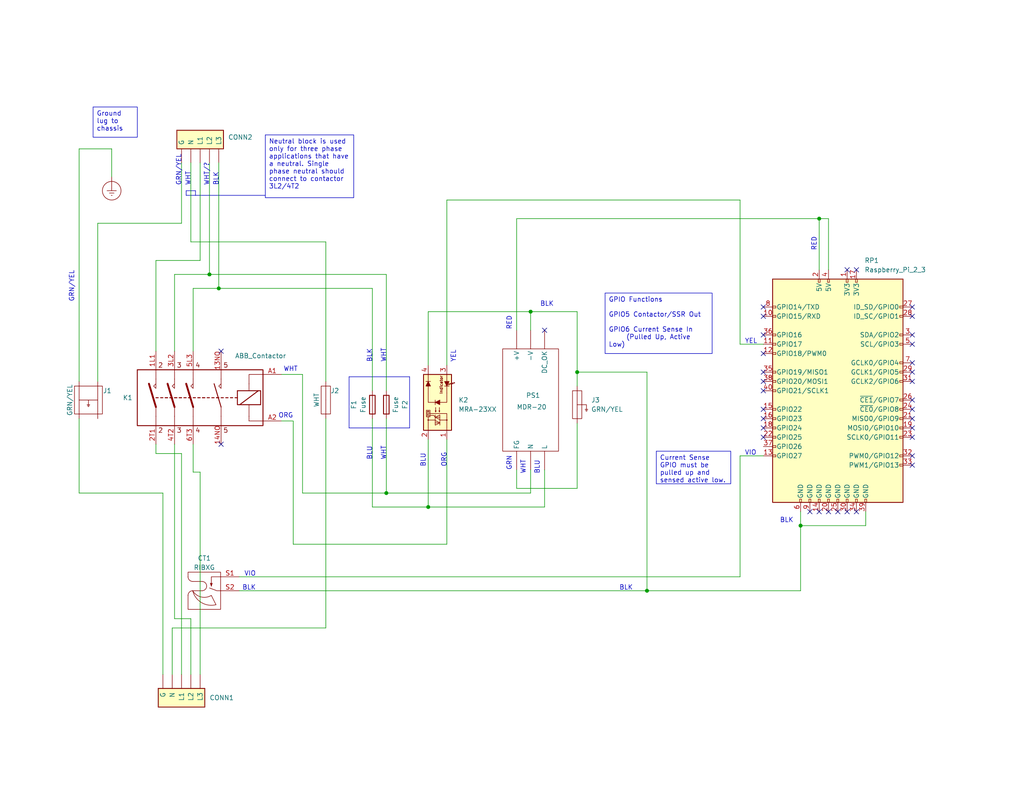
<source format=kicad_sch>
(kicad_sch (version 20230121) (generator eeschema)

  (uuid 7f898a48-d5c6-4286-98a2-5360a8d8e865)

  (paper "A")

  (title_block
    (title "DIN RFID Cabinet Wiring")
    (date "2023-11-02")
    (rev "0.3")
    (company "OZINDFW DMS@ozindfw.net")
    (comment 1 "1825 Monetary Lane, Suite 104,  Carrollton, TX 75006")
    (comment 2 "Dallas Makerspace")
  )

  (lib_symbols
    (symbol "Connector:Raspberry_Pi_2_3" (pin_names (offset 1.016)) (in_bom yes) (on_board yes)
      (property "Reference" "J" (at -17.78 31.75 0)
        (effects (font (size 1.27 1.27)) (justify left bottom))
      )
      (property "Value" "Raspberry_Pi_2_3" (at 10.16 -31.75 0)
        (effects (font (size 1.27 1.27)) (justify left top))
      )
      (property "Footprint" "" (at 0 0 0)
        (effects (font (size 1.27 1.27)) hide)
      )
      (property "Datasheet" "https://www.raspberrypi.org/documentation/hardware/raspberrypi/schematics/rpi_SCH_3bplus_1p0_reduced.pdf" (at 0 0 0)
        (effects (font (size 1.27 1.27)) hide)
      )
      (property "ki_keywords" "raspberrypi gpio" (at 0 0 0)
        (effects (font (size 1.27 1.27)) hide)
      )
      (property "ki_description" "expansion header for Raspberry Pi 2 & 3" (at 0 0 0)
        (effects (font (size 1.27 1.27)) hide)
      )
      (property "ki_fp_filters" "PinHeader*2x20*P2.54mm*Vertical* PinSocket*2x20*P2.54mm*Vertical*" (at 0 0 0)
        (effects (font (size 1.27 1.27)) hide)
      )
      (symbol "Raspberry_Pi_2_3_0_1"
        (rectangle (start -17.78 30.48) (end 17.78 -30.48)
          (stroke (width 0.254) (type default))
          (fill (type background))
        )
      )
      (symbol "Raspberry_Pi_2_3_1_1"
        (rectangle (start -16.891 -17.526) (end -17.78 -18.034)
          (stroke (width 0) (type default))
          (fill (type none))
        )
        (rectangle (start -16.891 -14.986) (end -17.78 -15.494)
          (stroke (width 0) (type default))
          (fill (type none))
        )
        (rectangle (start -16.891 -12.446) (end -17.78 -12.954)
          (stroke (width 0) (type default))
          (fill (type none))
        )
        (rectangle (start -16.891 -9.906) (end -17.78 -10.414)
          (stroke (width 0) (type default))
          (fill (type none))
        )
        (rectangle (start -16.891 -7.366) (end -17.78 -7.874)
          (stroke (width 0) (type default))
          (fill (type none))
        )
        (rectangle (start -16.891 -4.826) (end -17.78 -5.334)
          (stroke (width 0) (type default))
          (fill (type none))
        )
        (rectangle (start -16.891 0.254) (end -17.78 -0.254)
          (stroke (width 0) (type default))
          (fill (type none))
        )
        (rectangle (start -16.891 2.794) (end -17.78 2.286)
          (stroke (width 0) (type default))
          (fill (type none))
        )
        (rectangle (start -16.891 5.334) (end -17.78 4.826)
          (stroke (width 0) (type default))
          (fill (type none))
        )
        (rectangle (start -16.891 10.414) (end -17.78 9.906)
          (stroke (width 0) (type default))
          (fill (type none))
        )
        (rectangle (start -16.891 12.954) (end -17.78 12.446)
          (stroke (width 0) (type default))
          (fill (type none))
        )
        (rectangle (start -16.891 15.494) (end -17.78 14.986)
          (stroke (width 0) (type default))
          (fill (type none))
        )
        (rectangle (start -16.891 20.574) (end -17.78 20.066)
          (stroke (width 0) (type default))
          (fill (type none))
        )
        (rectangle (start -16.891 23.114) (end -17.78 22.606)
          (stroke (width 0) (type default))
          (fill (type none))
        )
        (rectangle (start -10.414 -29.591) (end -9.906 -30.48)
          (stroke (width 0) (type default))
          (fill (type none))
        )
        (rectangle (start -7.874 -29.591) (end -7.366 -30.48)
          (stroke (width 0) (type default))
          (fill (type none))
        )
        (rectangle (start -5.334 -29.591) (end -4.826 -30.48)
          (stroke (width 0) (type default))
          (fill (type none))
        )
        (rectangle (start -5.334 30.48) (end -4.826 29.591)
          (stroke (width 0) (type default))
          (fill (type none))
        )
        (rectangle (start -2.794 -29.591) (end -2.286 -30.48)
          (stroke (width 0) (type default))
          (fill (type none))
        )
        (rectangle (start -2.794 30.48) (end -2.286 29.591)
          (stroke (width 0) (type default))
          (fill (type none))
        )
        (rectangle (start -0.254 -29.591) (end 0.254 -30.48)
          (stroke (width 0) (type default))
          (fill (type none))
        )
        (rectangle (start 2.286 -29.591) (end 2.794 -30.48)
          (stroke (width 0) (type default))
          (fill (type none))
        )
        (rectangle (start 2.286 30.48) (end 2.794 29.591)
          (stroke (width 0) (type default))
          (fill (type none))
        )
        (rectangle (start 4.826 -29.591) (end 5.334 -30.48)
          (stroke (width 0) (type default))
          (fill (type none))
        )
        (rectangle (start 4.826 30.48) (end 5.334 29.591)
          (stroke (width 0) (type default))
          (fill (type none))
        )
        (rectangle (start 7.366 -29.591) (end 7.874 -30.48)
          (stroke (width 0) (type default))
          (fill (type none))
        )
        (rectangle (start 17.78 -20.066) (end 16.891 -20.574)
          (stroke (width 0) (type default))
          (fill (type none))
        )
        (rectangle (start 17.78 -17.526) (end 16.891 -18.034)
          (stroke (width 0) (type default))
          (fill (type none))
        )
        (rectangle (start 17.78 -12.446) (end 16.891 -12.954)
          (stroke (width 0) (type default))
          (fill (type none))
        )
        (rectangle (start 17.78 -9.906) (end 16.891 -10.414)
          (stroke (width 0) (type default))
          (fill (type none))
        )
        (rectangle (start 17.78 -7.366) (end 16.891 -7.874)
          (stroke (width 0) (type default))
          (fill (type none))
        )
        (rectangle (start 17.78 -4.826) (end 16.891 -5.334)
          (stroke (width 0) (type default))
          (fill (type none))
        )
        (rectangle (start 17.78 -2.286) (end 16.891 -2.794)
          (stroke (width 0) (type default))
          (fill (type none))
        )
        (rectangle (start 17.78 2.794) (end 16.891 2.286)
          (stroke (width 0) (type default))
          (fill (type none))
        )
        (rectangle (start 17.78 5.334) (end 16.891 4.826)
          (stroke (width 0) (type default))
          (fill (type none))
        )
        (rectangle (start 17.78 7.874) (end 16.891 7.366)
          (stroke (width 0) (type default))
          (fill (type none))
        )
        (rectangle (start 17.78 12.954) (end 16.891 12.446)
          (stroke (width 0) (type default))
          (fill (type none))
        )
        (rectangle (start 17.78 15.494) (end 16.891 14.986)
          (stroke (width 0) (type default))
          (fill (type none))
        )
        (rectangle (start 17.78 20.574) (end 16.891 20.066)
          (stroke (width 0) (type default))
          (fill (type none))
        )
        (rectangle (start 17.78 23.114) (end 16.891 22.606)
          (stroke (width 0) (type default))
          (fill (type none))
        )
        (pin power_in line (at 2.54 33.02 270) (length 2.54)
          (name "3V3" (effects (font (size 1.27 1.27))))
          (number "1" (effects (font (size 1.27 1.27))))
        )
        (pin bidirectional line (at -20.32 20.32 0) (length 2.54)
          (name "GPIO15/RXD" (effects (font (size 1.27 1.27))))
          (number "10" (effects (font (size 1.27 1.27))))
        )
        (pin bidirectional line (at -20.32 12.7 0) (length 2.54)
          (name "GPIO17" (effects (font (size 1.27 1.27))))
          (number "11" (effects (font (size 1.27 1.27))))
        )
        (pin bidirectional line (at -20.32 10.16 0) (length 2.54)
          (name "GPIO18/PWM0" (effects (font (size 1.27 1.27))))
          (number "12" (effects (font (size 1.27 1.27))))
        )
        (pin bidirectional line (at -20.32 -17.78 0) (length 2.54)
          (name "GPIO27" (effects (font (size 1.27 1.27))))
          (number "13" (effects (font (size 1.27 1.27))))
        )
        (pin power_in line (at -5.08 -33.02 90) (length 2.54)
          (name "GND" (effects (font (size 1.27 1.27))))
          (number "14" (effects (font (size 1.27 1.27))))
        )
        (pin bidirectional line (at -20.32 -5.08 0) (length 2.54)
          (name "GPIO22" (effects (font (size 1.27 1.27))))
          (number "15" (effects (font (size 1.27 1.27))))
        )
        (pin bidirectional line (at -20.32 -7.62 0) (length 2.54)
          (name "GPIO23" (effects (font (size 1.27 1.27))))
          (number "16" (effects (font (size 1.27 1.27))))
        )
        (pin power_in line (at 5.08 33.02 270) (length 2.54)
          (name "3V3" (effects (font (size 1.27 1.27))))
          (number "17" (effects (font (size 1.27 1.27))))
        )
        (pin bidirectional line (at -20.32 -10.16 0) (length 2.54)
          (name "GPIO24" (effects (font (size 1.27 1.27))))
          (number "18" (effects (font (size 1.27 1.27))))
        )
        (pin bidirectional line (at 20.32 -10.16 180) (length 2.54)
          (name "MOSI0/GPIO10" (effects (font (size 1.27 1.27))))
          (number "19" (effects (font (size 1.27 1.27))))
        )
        (pin power_in line (at -5.08 33.02 270) (length 2.54)
          (name "5V" (effects (font (size 1.27 1.27))))
          (number "2" (effects (font (size 1.27 1.27))))
        )
        (pin power_in line (at -2.54 -33.02 90) (length 2.54)
          (name "GND" (effects (font (size 1.27 1.27))))
          (number "20" (effects (font (size 1.27 1.27))))
        )
        (pin bidirectional line (at 20.32 -7.62 180) (length 2.54)
          (name "MISO0/GPIO9" (effects (font (size 1.27 1.27))))
          (number "21" (effects (font (size 1.27 1.27))))
        )
        (pin bidirectional line (at -20.32 -12.7 0) (length 2.54)
          (name "GPIO25" (effects (font (size 1.27 1.27))))
          (number "22" (effects (font (size 1.27 1.27))))
        )
        (pin bidirectional line (at 20.32 -12.7 180) (length 2.54)
          (name "SCLK0/GPIO11" (effects (font (size 1.27 1.27))))
          (number "23" (effects (font (size 1.27 1.27))))
        )
        (pin bidirectional line (at 20.32 -5.08 180) (length 2.54)
          (name "~{CE0}/GPIO8" (effects (font (size 1.27 1.27))))
          (number "24" (effects (font (size 1.27 1.27))))
        )
        (pin power_in line (at 0 -33.02 90) (length 2.54)
          (name "GND" (effects (font (size 1.27 1.27))))
          (number "25" (effects (font (size 1.27 1.27))))
        )
        (pin bidirectional line (at 20.32 -2.54 180) (length 2.54)
          (name "~{CE1}/GPIO7" (effects (font (size 1.27 1.27))))
          (number "26" (effects (font (size 1.27 1.27))))
        )
        (pin bidirectional line (at 20.32 22.86 180) (length 2.54)
          (name "ID_SD/GPIO0" (effects (font (size 1.27 1.27))))
          (number "27" (effects (font (size 1.27 1.27))))
        )
        (pin bidirectional line (at 20.32 20.32 180) (length 2.54)
          (name "ID_SC/GPIO1" (effects (font (size 1.27 1.27))))
          (number "28" (effects (font (size 1.27 1.27))))
        )
        (pin bidirectional line (at 20.32 5.08 180) (length 2.54)
          (name "GCLK1/GPIO5" (effects (font (size 1.27 1.27))))
          (number "29" (effects (font (size 1.27 1.27))))
        )
        (pin bidirectional line (at 20.32 15.24 180) (length 2.54)
          (name "SDA/GPIO2" (effects (font (size 1.27 1.27))))
          (number "3" (effects (font (size 1.27 1.27))))
        )
        (pin power_in line (at 2.54 -33.02 90) (length 2.54)
          (name "GND" (effects (font (size 1.27 1.27))))
          (number "30" (effects (font (size 1.27 1.27))))
        )
        (pin bidirectional line (at 20.32 2.54 180) (length 2.54)
          (name "GCLK2/GPIO6" (effects (font (size 1.27 1.27))))
          (number "31" (effects (font (size 1.27 1.27))))
        )
        (pin bidirectional line (at 20.32 -17.78 180) (length 2.54)
          (name "PWM0/GPIO12" (effects (font (size 1.27 1.27))))
          (number "32" (effects (font (size 1.27 1.27))))
        )
        (pin bidirectional line (at 20.32 -20.32 180) (length 2.54)
          (name "PWM1/GPIO13" (effects (font (size 1.27 1.27))))
          (number "33" (effects (font (size 1.27 1.27))))
        )
        (pin power_in line (at 5.08 -33.02 90) (length 2.54)
          (name "GND" (effects (font (size 1.27 1.27))))
          (number "34" (effects (font (size 1.27 1.27))))
        )
        (pin bidirectional line (at -20.32 5.08 0) (length 2.54)
          (name "GPIO19/MISO1" (effects (font (size 1.27 1.27))))
          (number "35" (effects (font (size 1.27 1.27))))
        )
        (pin bidirectional line (at -20.32 15.24 0) (length 2.54)
          (name "GPIO16" (effects (font (size 1.27 1.27))))
          (number "36" (effects (font (size 1.27 1.27))))
        )
        (pin bidirectional line (at -20.32 -15.24 0) (length 2.54)
          (name "GPIO26" (effects (font (size 1.27 1.27))))
          (number "37" (effects (font (size 1.27 1.27))))
        )
        (pin bidirectional line (at -20.32 2.54 0) (length 2.54)
          (name "GPIO20/MOSI1" (effects (font (size 1.27 1.27))))
          (number "38" (effects (font (size 1.27 1.27))))
        )
        (pin power_in line (at 7.62 -33.02 90) (length 2.54)
          (name "GND" (effects (font (size 1.27 1.27))))
          (number "39" (effects (font (size 1.27 1.27))))
        )
        (pin power_in line (at -2.54 33.02 270) (length 2.54)
          (name "5V" (effects (font (size 1.27 1.27))))
          (number "4" (effects (font (size 1.27 1.27))))
        )
        (pin bidirectional line (at -20.32 0 0) (length 2.54)
          (name "GPIO21/SCLK1" (effects (font (size 1.27 1.27))))
          (number "40" (effects (font (size 1.27 1.27))))
        )
        (pin bidirectional line (at 20.32 12.7 180) (length 2.54)
          (name "SCL/GPIO3" (effects (font (size 1.27 1.27))))
          (number "5" (effects (font (size 1.27 1.27))))
        )
        (pin power_in line (at -10.16 -33.02 90) (length 2.54)
          (name "GND" (effects (font (size 1.27 1.27))))
          (number "6" (effects (font (size 1.27 1.27))))
        )
        (pin bidirectional line (at 20.32 7.62 180) (length 2.54)
          (name "GCLK0/GPIO4" (effects (font (size 1.27 1.27))))
          (number "7" (effects (font (size 1.27 1.27))))
        )
        (pin bidirectional line (at -20.32 22.86 0) (length 2.54)
          (name "GPIO14/TXD" (effects (font (size 1.27 1.27))))
          (number "8" (effects (font (size 1.27 1.27))))
        )
        (pin power_in line (at -7.62 -33.02 90) (length 2.54)
          (name "GND" (effects (font (size 1.27 1.27))))
          (number "9" (effects (font (size 1.27 1.27))))
        )
      )
    )
    (symbol "DIN_CONN_2_1" (pin_numbers hide) (in_bom yes) (on_board yes)
      (property "Reference" "J" (at 2.54 1.27 0)
        (effects (font (size 1.27 1.27)))
      )
      (property "Value" "COLOR" (at -2.54 0 90)
        (effects (font (size 1.27 1.27)) hide)
      )
      (property "Footprint" "" (at 0 -1.27 0)
        (effects (font (size 1.27 1.27)) hide)
      )
      (property "Datasheet" "" (at 0 -1.27 0)
        (effects (font (size 1.27 1.27)) hide)
      )
      (symbol "DIN_CONN_2_1_0_1"
        (rectangle (start -1.27 3.81) (end 1.27 -3.81)
          (stroke (width 0) (type default))
          (fill (type none))
        )
      )
      (symbol "DIN_CONN_2_1_1_1"
        (pin passive line (at 0 -5.08 90) (length 5.08)
          (name "" (effects (font (size 1.27 1.27))))
          (number "1" (effects (font (size 1.27 1.27))))
        )
        (pin passive line (at 0 5.08 270) (length 5.08)
          (name "" (effects (font (size 1.27 1.27))))
          (number "1" (effects (font (size 1.27 1.27))))
        )
      )
    )
    (symbol "Device:Fuse" (pin_numbers hide) (pin_names (offset 0)) (in_bom yes) (on_board yes)
      (property "Reference" "F" (at 2.032 0 90)
        (effects (font (size 1.27 1.27)))
      )
      (property "Value" "Fuse" (at -1.905 0 90)
        (effects (font (size 1.27 1.27)))
      )
      (property "Footprint" "" (at -1.778 0 90)
        (effects (font (size 1.27 1.27)) hide)
      )
      (property "Datasheet" "~" (at 0 0 0)
        (effects (font (size 1.27 1.27)) hide)
      )
      (property "ki_keywords" "fuse" (at 0 0 0)
        (effects (font (size 1.27 1.27)) hide)
      )
      (property "ki_description" "Fuse" (at 0 0 0)
        (effects (font (size 1.27 1.27)) hide)
      )
      (property "ki_fp_filters" "*Fuse*" (at 0 0 0)
        (effects (font (size 1.27 1.27)) hide)
      )
      (symbol "Fuse_0_1"
        (rectangle (start -0.762 -2.54) (end 0.762 2.54)
          (stroke (width 0.254) (type default))
          (fill (type none))
        )
        (polyline
          (pts
            (xy 0 2.54)
            (xy 0 -2.54)
          )
          (stroke (width 0) (type default))
          (fill (type none))
        )
      )
      (symbol "Fuse_1_1"
        (pin passive line (at 0 3.81 270) (length 1.27)
          (name "~" (effects (font (size 1.27 1.27))))
          (number "1" (effects (font (size 1.27 1.27))))
        )
        (pin passive line (at 0 -3.81 90) (length 1.27)
          (name "~" (effects (font (size 1.27 1.27))))
          (number "2" (effects (font (size 1.27 1.27))))
        )
      )
    )
    (symbol "oz:3 phase with neutral and ground" (pin_numbers hide) (pin_names (offset 1.016)) (in_bom yes) (on_board yes)
      (property "Reference" "J" (at 0 7.62 0)
        (effects (font (size 1.27 1.27)))
      )
      (property "Value" "3 phase with neutral and ground" (at 0 -7.62 0)
        (effects (font (size 1.27 1.27)) hide)
      )
      (property "Footprint" "" (at 0 0 0)
        (effects (font (size 1.27 1.27)) hide)
      )
      (property "Datasheet" "" (at 0 0 0)
        (effects (font (size 1.27 1.27)) hide)
      )
      (property "ki_keywords" "connector" (at 0 0 0)
        (effects (font (size 1.27 1.27)) hide)
      )
      (property "ki_description" "3 phase with neutral and ground" (at 0 0 0)
        (effects (font (size 1.27 1.27)) hide)
      )
      (property "ki_fp_filters" "Connector*:*_1x??_*" (at 0 0 0)
        (effects (font (size 1.27 1.27)) hide)
      )
      (symbol "3 phase with neutral and ground_1_1"
        (rectangle (start -1.27 6.35) (end 3.81 -6.35)
          (stroke (width 0.254) (type default))
          (fill (type background))
        )
        (pin passive line (at -5.08 5.08 0) (length 3.81)
          (name "G" (effects (font (size 1.27 1.27))))
          (number "" (effects (font (size 1.27 1.27))))
        )
        (pin passive line (at -5.08 2.54 0) (length 3.81)
          (name "N" (effects (font (size 1.27 1.27))))
          (number "2" (effects (font (size 1.27 1.27))))
        )
        (pin passive line (at -5.08 0 0) (length 3.81)
          (name "L1" (effects (font (size 1.27 1.27))))
          (number "3" (effects (font (size 1.27 1.27))))
        )
        (pin passive line (at -5.08 -2.54 0) (length 3.81)
          (name "L2" (effects (font (size 1.27 1.27))))
          (number "4" (effects (font (size 1.27 1.27))))
        )
        (pin passive line (at -5.08 -5.08 0) (length 3.81)
          (name "L3" (effects (font (size 1.27 1.27))))
          (number "5" (effects (font (size 1.27 1.27))))
        )
      )
    )
    (symbol "oz:ABB_Contactor" (in_bom yes) (on_board yes)
      (property "Reference" "K1" (at -15.24 0.635 0)
        (effects (font (size 1.27 1.27)) (justify right))
      )
      (property "Value" "ABB_Contactor" (at -15.24 -1.905 0)
        (effects (font (size 1.27 1.27)) (justify right))
      )
      (property "Footprint" "" (at -5.08 -1.27 0)
        (effects (font (size 1.27 1.27)) (justify left) hide)
      )
      (property "Datasheet" "" (at 8.255 0 0)
        (effects (font (size 1.27 1.27)) hide)
      )
      (property "ki_keywords" "contactor three pole" (at 0 0 0)
        (effects (font (size 1.27 1.27)) hide)
      )
      (property "ki_description" "3PST Contactor w/aux contact" (at 0 0 0)
        (effects (font (size 1.27 1.27)) hide)
      )
      (property "ki_fp_filters" "Relay*SPST*StandexMeder*MS*Form1AB*" (at 0 0 0)
        (effects (font (size 1.27 1.27)) hide)
      )
      (symbol "ABB_Contactor_0_0"
        (polyline
          (pts
            (xy -8.89 5.08)
            (xy -8.89 2.54)
            (xy -9.525 3.175)
            (xy -8.89 3.81)
          )
          (stroke (width 0) (type default))
          (fill (type none))
        )
        (polyline
          (pts
            (xy -3.81 5.08)
            (xy -3.81 2.54)
            (xy -4.445 3.175)
            (xy -3.81 3.81)
          )
          (stroke (width 0) (type default))
          (fill (type none))
        )
        (polyline
          (pts
            (xy 1.27 5.08)
            (xy 1.27 2.54)
            (xy 0.635 3.175)
            (xy 1.27 3.81)
          )
          (stroke (width 0) (type default))
          (fill (type none))
        )
        (polyline
          (pts
            (xy 8.89 5.08)
            (xy 8.89 2.54)
            (xy 8.255 3.175)
            (xy 8.89 3.81)
          )
          (stroke (width 0) (type default))
          (fill (type none))
        )
      )
      (symbol "ABB_Contactor_0_1"
        (rectangle (start -13.97 7.62) (end 20.32 -7.62)
          (stroke (width 0.254) (type default))
          (fill (type none))
        )
        (polyline
          (pts
            (xy -8.89 -5.08)
            (xy -8.89 -7.62)
          )
          (stroke (width 0) (type default))
          (fill (type none))
        )
        (polyline
          (pts
            (xy -8.89 -2.54)
            (xy -10.795 3.81)
          )
          (stroke (width 0.508) (type default))
          (fill (type none))
        )
        (polyline
          (pts
            (xy -8.89 -2.54)
            (xy -8.89 -5.08)
          )
          (stroke (width 0) (type default))
          (fill (type none))
        )
        (polyline
          (pts
            (xy -8.89 0)
            (xy -8.255 0)
          )
          (stroke (width 0.254) (type default))
          (fill (type none))
        )
        (polyline
          (pts
            (xy -8.89 7.62)
            (xy -8.89 5.08)
          )
          (stroke (width 0) (type default))
          (fill (type none))
        )
        (polyline
          (pts
            (xy -7.62 0)
            (xy -6.985 0)
          )
          (stroke (width 0.254) (type default))
          (fill (type none))
        )
        (polyline
          (pts
            (xy -6.35 0)
            (xy -5.715 0)
          )
          (stroke (width 0.254) (type default))
          (fill (type none))
        )
        (polyline
          (pts
            (xy -6.35 0)
            (xy -5.715 0)
          )
          (stroke (width 0.254) (type default))
          (fill (type none))
        )
        (polyline
          (pts
            (xy -5.08 0)
            (xy -4.445 0)
          )
          (stroke (width 0.254) (type default))
          (fill (type none))
        )
        (polyline
          (pts
            (xy -5.08 0)
            (xy -4.445 0)
          )
          (stroke (width 0.254) (type default))
          (fill (type none))
        )
        (polyline
          (pts
            (xy -5.08 0)
            (xy -4.445 0)
          )
          (stroke (width 0.254) (type default))
          (fill (type none))
        )
        (polyline
          (pts
            (xy -5.08 0)
            (xy -4.445 0)
          )
          (stroke (width 0.254) (type default))
          (fill (type none))
        )
        (polyline
          (pts
            (xy -3.81 -5.08)
            (xy -3.81 -7.62)
          )
          (stroke (width 0) (type default))
          (fill (type none))
        )
        (polyline
          (pts
            (xy -3.81 -2.54)
            (xy -5.715 3.81)
          )
          (stroke (width 0.508) (type default))
          (fill (type none))
        )
        (polyline
          (pts
            (xy -3.81 -2.54)
            (xy -3.81 -5.08)
          )
          (stroke (width 0) (type default))
          (fill (type none))
        )
        (polyline
          (pts
            (xy -3.81 0)
            (xy -3.175 0)
          )
          (stroke (width 0.254) (type default))
          (fill (type none))
        )
        (polyline
          (pts
            (xy -3.81 0)
            (xy -3.175 0)
          )
          (stroke (width 0.254) (type default))
          (fill (type none))
        )
        (polyline
          (pts
            (xy -3.81 7.62)
            (xy -3.81 5.08)
          )
          (stroke (width 0) (type default))
          (fill (type none))
        )
        (polyline
          (pts
            (xy -2.54 0)
            (xy -1.905 0)
          )
          (stroke (width 0.254) (type default))
          (fill (type none))
        )
        (polyline
          (pts
            (xy -2.54 0)
            (xy -1.905 0)
          )
          (stroke (width 0.254) (type default))
          (fill (type none))
        )
        (polyline
          (pts
            (xy -1.27 0)
            (xy -0.635 0)
          )
          (stroke (width 0.254) (type default))
          (fill (type none))
        )
        (polyline
          (pts
            (xy 0 0)
            (xy 0.635 0)
          )
          (stroke (width 0.254) (type default))
          (fill (type none))
        )
        (polyline
          (pts
            (xy 0 0)
            (xy 0.635 0)
          )
          (stroke (width 0.254) (type default))
          (fill (type none))
        )
        (polyline
          (pts
            (xy 1.27 -5.08)
            (xy 1.27 -7.62)
          )
          (stroke (width 0) (type default))
          (fill (type none))
        )
        (polyline
          (pts
            (xy 1.27 -2.54)
            (xy -0.635 3.81)
          )
          (stroke (width 0.508) (type default))
          (fill (type none))
        )
        (polyline
          (pts
            (xy 1.27 -2.54)
            (xy 1.27 -5.08)
          )
          (stroke (width 0) (type default))
          (fill (type none))
        )
        (polyline
          (pts
            (xy 1.27 0)
            (xy 1.905 0)
          )
          (stroke (width 0.254) (type default))
          (fill (type none))
        )
        (polyline
          (pts
            (xy 1.27 7.62)
            (xy 1.27 5.08)
          )
          (stroke (width 0) (type default))
          (fill (type none))
        )
        (polyline
          (pts
            (xy 2.54 0)
            (xy 3.175 0)
          )
          (stroke (width 0.254) (type default))
          (fill (type none))
        )
        (polyline
          (pts
            (xy 2.54 0)
            (xy 3.175 0)
          )
          (stroke (width 0.254) (type default))
          (fill (type none))
        )
        (polyline
          (pts
            (xy 3.81 0)
            (xy 4.445 0)
          )
          (stroke (width 0.254) (type default))
          (fill (type none))
        )
        (polyline
          (pts
            (xy 3.81 0)
            (xy 4.445 0)
          )
          (stroke (width 0.254) (type default))
          (fill (type none))
        )
        (polyline
          (pts
            (xy 5.08 0)
            (xy 5.715 0)
          )
          (stroke (width 0.254) (type default))
          (fill (type none))
        )
        (polyline
          (pts
            (xy 6.35 0)
            (xy 6.985 0)
          )
          (stroke (width 0.254) (type default))
          (fill (type none))
        )
        (polyline
          (pts
            (xy 7.62 0)
            (xy 8.255 0)
          )
          (stroke (width 0.254) (type default))
          (fill (type none))
        )
        (polyline
          (pts
            (xy 7.62 0)
            (xy 8.255 0)
          )
          (stroke (width 0.254) (type default))
          (fill (type none))
        )
        (polyline
          (pts
            (xy 8.89 -5.08)
            (xy 8.89 -7.62)
          )
          (stroke (width 0) (type default))
          (fill (type none))
        )
        (polyline
          (pts
            (xy 8.89 -2.54)
            (xy 6.985 3.81)
          )
          (stroke (width 0.254) (type default))
          (fill (type none))
        )
        (polyline
          (pts
            (xy 8.89 -2.54)
            (xy 8.89 -5.08)
          )
          (stroke (width 0) (type default))
          (fill (type none))
        )
        (polyline
          (pts
            (xy 8.89 0)
            (xy 9.525 0)
          )
          (stroke (width 0.254) (type default))
          (fill (type none))
        )
        (polyline
          (pts
            (xy 8.89 7.62)
            (xy 8.89 5.08)
          )
          (stroke (width 0) (type default))
          (fill (type none))
        )
        (polyline
          (pts
            (xy 10.16 0)
            (xy 10.795 0)
          )
          (stroke (width 0.254) (type default))
          (fill (type none))
        )
        (polyline
          (pts
            (xy 11.43 0)
            (xy 12.065 0)
          )
          (stroke (width 0.254) (type default))
          (fill (type none))
        )
        (polyline
          (pts
            (xy 12.7 0)
            (xy 13.335 0)
          )
          (stroke (width 0.254) (type default))
          (fill (type none))
        )
        (polyline
          (pts
            (xy 13.97 -1.905)
            (xy 19.05 1.905)
          )
          (stroke (width 0.254) (type default))
          (fill (type none))
        )
        (polyline
          (pts
            (xy 16.51 -6.35)
            (xy 20.32 -6.35)
          )
          (stroke (width 0) (type default))
          (fill (type none))
        )
        (polyline
          (pts
            (xy 16.51 -5.08)
            (xy 16.51 -6.35)
          )
          (stroke (width 0) (type default))
          (fill (type none))
        )
        (polyline
          (pts
            (xy 16.51 -5.08)
            (xy 16.51 -1.905)
          )
          (stroke (width 0) (type default))
          (fill (type none))
        )
        (polyline
          (pts
            (xy 16.51 3.81)
            (xy 16.51 1.905)
          )
          (stroke (width 0) (type default))
          (fill (type none))
        )
        (polyline
          (pts
            (xy 20.32 6.35)
            (xy 16.51 6.35)
            (xy 16.51 3.81)
          )
          (stroke (width 0) (type default))
          (fill (type none))
        )
        (rectangle (start 13.335 1.905) (end 19.685 -1.905)
          (stroke (width 0.254) (type default))
          (fill (type none))
        )
        (text "2" (at -7.62 -8.89 0)
          (effects (font (size 1.27 1.27)))
        )
        (text "2" (at -7.62 8.89 0)
          (effects (font (size 1.27 1.27)))
        )
        (text "3" (at -2.54 -8.89 0)
          (effects (font (size 1.27 1.27)))
        )
        (text "3" (at -2.54 8.89 0)
          (effects (font (size 1.27 1.27)))
        )
        (text "4" (at 2.54 -8.89 0)
          (effects (font (size 1.27 1.27)))
        )
        (text "4" (at 2.54 8.89 0)
          (effects (font (size 1.27 1.27)))
        )
        (text "5" (at 10.16 -8.89 0)
          (effects (font (size 1.27 1.27)))
        )
        (text "5" (at 10.16 8.89 0)
          (effects (font (size 1.27 1.27)))
        )
      )
      (symbol "ABB_Contactor_1_1"
        (pin passive line (at 8.89 12.7 270) (length 5.08)
          (name "" (effects (font (size 1.27 1.27))))
          (number "13NO" (effects (font (size 1.27 1.27))))
        )
        (pin passive line (at 8.89 -12.7 90) (length 5.08)
          (name "" (effects (font (size 1.27 1.27))))
          (number "14NO" (effects (font (size 1.27 1.27))))
        )
        (pin passive line (at -8.89 12.7 270) (length 5.08)
          (name "" (effects (font (size 1.27 1.27))))
          (number "1L1" (effects (font (size 1.27 1.27))))
        )
        (pin passive line (at -8.89 -12.7 90) (length 5.08)
          (name "" (effects (font (size 1.27 1.27))))
          (number "2T1" (effects (font (size 1.27 1.27))))
        )
        (pin passive line (at -3.81 12.7 270) (length 5.08)
          (name "" (effects (font (size 1.27 1.27))))
          (number "3L2" (effects (font (size 1.27 1.27))))
        )
        (pin passive line (at -3.81 -12.7 90) (length 5.08)
          (name "" (effects (font (size 1.27 1.27))))
          (number "4T2" (effects (font (size 1.27 1.27))))
        )
        (pin passive line (at 1.27 12.7 270) (length 5.08)
          (name "" (effects (font (size 1.27 1.27))))
          (number "5L3" (effects (font (size 1.27 1.27))))
        )
        (pin passive line (at 1.27 -12.7 90) (length 5.08)
          (name "" (effects (font (size 1.27 1.27))))
          (number "6T3" (effects (font (size 1.27 1.27))))
        )
        (pin passive line (at 25.4 6.35 180) (length 5.08)
          (name "~" (effects (font (size 1.27 1.27))))
          (number "A1" (effects (font (size 1.27 1.27))))
        )
        (pin passive line (at 25.4 -6.35 180) (length 5.08)
          (name "~" (effects (font (size 1.27 1.27))))
          (number "A2" (effects (font (size 1.27 1.27))))
        )
      )
    )
    (symbol "oz:DIN_CONN_2GND" (pin_numbers hide) (in_bom yes) (on_board yes)
      (property "Reference" "J" (at 2.54 2.54 0)
        (effects (font (size 1.27 1.27)))
      )
      (property "Value" "GRN/YEL" (at -2.54 0 90)
        (effects (font (size 1.27 1.27)))
      )
      (property "Footprint" "" (at 0 -1.27 0)
        (effects (font (size 1.27 1.27)) hide)
      )
      (property "Datasheet" "" (at 0 -1.27 0)
        (effects (font (size 1.27 1.27)) hide)
      )
      (symbol "DIN_CONN_2GND_0_1"
        (rectangle (start -1.27 3.81) (end 1.27 -3.81)
          (stroke (width 0) (type default))
          (fill (type none))
        )
        (polyline
          (pts
            (xy 2.159 -1.27)
            (xy 2.921 -1.27)
          )
          (stroke (width 0) (type default))
          (fill (type none))
        )
        (polyline
          (pts
            (xy 2.286 -1.524)
            (xy 2.794 -1.524)
          )
          (stroke (width 0) (type default))
          (fill (type none))
        )
        (polyline
          (pts
            (xy 2.413 -1.778)
            (xy 2.667 -1.778)
          )
          (stroke (width 0) (type default))
          (fill (type none))
        )
        (polyline
          (pts
            (xy 0 0)
            (xy 2.54 0)
            (xy 2.54 -1.27)
          )
          (stroke (width 0) (type default))
          (fill (type none))
        )
      )
      (symbol "DIN_CONN_2GND_1_1"
        (pin passive line (at 0 -5.08 90) (length 5.08)
          (name "" (effects (font (size 1.27 1.27))))
          (number "1" (effects (font (size 1.27 1.27))))
        )
        (pin passive line (at 0 5.08 270) (length 5.08)
          (name "" (effects (font (size 1.27 1.27))))
          (number "1" (effects (font (size 1.27 1.27))))
        )
      )
    )
    (symbol "oz:DIN_CONN_4GND" (pin_numbers hide) (in_bom yes) (on_board yes)
      (property "Reference" "J" (at 0 2.54 0)
        (effects (font (size 1.27 1.27)))
      )
      (property "Value" "GRN/YEL" (at -5.08 0 90)
        (effects (font (size 1.27 1.27)))
      )
      (property "Footprint" "" (at 0 -1.27 0)
        (effects (font (size 1.27 1.27)) hide)
      )
      (property "Datasheet" "" (at 0 -1.27 0)
        (effects (font (size 1.27 1.27)) hide)
      )
      (symbol "DIN_CONN_4GND_0_1"
        (polyline
          (pts
            (xy -2.54 0)
            (xy 2.54 0)
          )
          (stroke (width 0) (type default))
          (fill (type none))
        )
        (polyline
          (pts
            (xy -0.381 -1.27)
            (xy 0.381 -1.27)
          )
          (stroke (width 0) (type default))
          (fill (type none))
        )
        (polyline
          (pts
            (xy -0.254 -1.524)
            (xy 0.254 -1.524)
          )
          (stroke (width 0) (type default))
          (fill (type none))
        )
        (polyline
          (pts
            (xy -0.127 -1.778)
            (xy 0.127 -1.778)
          )
          (stroke (width 0) (type default))
          (fill (type none))
        )
        (polyline
          (pts
            (xy 0 0)
            (xy 0 -1.27)
          )
          (stroke (width 0) (type default))
          (fill (type none))
        )
        (polyline
          (pts
            (xy 8.89 0)
            (xy 8.89 0)
          )
          (stroke (width 0) (type default))
          (fill (type none))
        )
      )
      (symbol "DIN_CONN_4GND_1_1"
        (rectangle (start -3.81 3.81) (end 3.81 -3.81)
          (stroke (width 0) (type default))
          (fill (type none))
        )
        (pin passive line (at -2.54 -5.08 90) (length 5.08)
          (name "" (effects (font (size 1.27 1.27))))
          (number "1" (effects (font (size 1.27 1.27))))
        )
        (pin passive line (at -2.54 5.08 270) (length 5.08)
          (name "" (effects (font (size 1.27 1.27))))
          (number "1" (effects (font (size 1.27 1.27))))
        )
        (pin passive line (at 2.54 -5.08 90) (length 5.08)
          (name "" (effects (font (size 1.27 1.27))))
          (number "1" (effects (font (size 1.27 1.27))))
        )
        (pin passive line (at 2.54 5.08 270) (length 5.08)
          (name "" (effects (font (size 1.27 1.27))))
          (number "1" (effects (font (size 1.27 1.27))))
        )
      )
    )
    (symbol "oz:MDR-20" (in_bom yes) (on_board yes)
      (property "Reference" "PS" (at 0 1.27 0)
        (effects (font (size 1.27 1.27)))
      )
      (property "Value" "MDR-20" (at 0 -1.27 0)
        (effects (font (size 1.27 1.27)))
      )
      (property "Footprint" "" (at 0 21.59 0)
        (effects (font (size 1.27 1.27)) hide)
      )
      (property "Datasheet" "" (at 0 21.59 0)
        (effects (font (size 1.27 1.27)) hide)
      )
      (symbol "MDR-20_0_1"
        (rectangle (start -7.62 13.97) (end 7.62 -13.97)
          (stroke (width 0) (type default))
          (fill (type none))
        )
      )
      (symbol "MDR-20_1_1"
        (pin power_out line (at -3.81 19.05 270) (length 5.08)
          (name "+V" (effects (font (size 1.27 1.27))))
          (number "" (effects (font (size 1.27 1.27))))
        )
        (pin power_out line (at 0 19.05 270) (length 5.08)
          (name "-V" (effects (font (size 1.27 1.27))))
          (number "" (effects (font (size 1.27 1.27))))
        )
        (pin power_out line (at 3.81 19.05 270) (length 5.08)
          (name "DC_OK" (effects (font (size 1.27 1.27))))
          (number "" (effects (font (size 1.27 1.27))))
        )
        (pin passive line (at -3.81 -19.05 90) (length 5.08)
          (name "FG" (effects (font (size 1.27 1.27))))
          (number "" (effects (font (size 1.27 1.27))))
        )
        (pin passive line (at 3.81 -19.05 90) (length 5.08)
          (name "L" (effects (font (size 1.27 1.27))))
          (number "" (effects (font (size 1.27 1.27))))
        )
        (pin passive line (at 0 -19.05 90) (length 5.08)
          (name "N" (effects (font (size 1.27 1.27))))
          (number "" (effects (font (size 1.27 1.27))))
        )
      )
    )
    (symbol "oz:MRA-23XX" (in_bom yes) (on_board yes)
      (property "Reference" "K" (at -5.08 5.08 0)
        (effects (font (size 1.27 1.27)) (justify left))
      )
      (property "Value" "MRA-23XX" (at -7.62 -6.35 0)
        (effects (font (size 1.27 1.27)) (justify left))
      )
      (property "Footprint" "" (at -5.08 -5.08 0)
        (effects (font (size 1.27 1.27) italic) (justify left) hide)
      )
      (property "Datasheet" "" (at 0 0 0)
        (effects (font (size 1.27 1.27)) (justify left) hide)
      )
      (property "ki_keywords" "Opto-Triac Opto Triac Zero Cross Solid State Relays SSR" (at 0 0 0)
        (effects (font (size 1.27 1.27)) hide)
      )
      (property "ki_description" "Zero Cross Opto-Triac,with indicator" (at 0 0 0)
        (effects (font (size 1.27 1.27)) hide)
      )
      (property "ki_fp_filters" "SIP4*Sharp*SSR*P7.62mm*" (at 0 0 0)
        (effects (font (size 1.27 1.27)) hide)
      )
      (symbol "MRA-23XX_0_0"
        (rectangle (start -0.381 -2.032) (end 1.397 -3.048)
          (stroke (width 0) (type default))
          (fill (type none))
        )
        (polyline
          (pts
            (xy 2.286 -2.54)
            (xy 1.397 -2.54)
          )
          (stroke (width 0) (type default))
          (fill (type none))
        )
        (polyline
          (pts
            (xy 1.524 -0.635)
            (xy 1.016 -1.016)
            (xy 1.016 -2.032)
          )
          (stroke (width 0) (type default))
          (fill (type none))
        )
        (text "ZCD" (at 0.508 -2.54 0)
          (effects (font (size 0.508 0.508)))
        )
      )
      (symbol "MRA-23XX_0_1"
        (rectangle (start -10.16 3.81) (end 5.08 -3.81)
          (stroke (width 0.254) (type default))
          (fill (type background))
        )
        (polyline
          (pts
            (xy -8.255 -1.905)
            (xy -8.255 -3.175)
          )
          (stroke (width 0) (type default))
          (fill (type none))
        )
        (polyline
          (pts
            (xy -8.255 2.54)
            (xy -8.128 2.159)
          )
          (stroke (width 0) (type default))
          (fill (type none))
        )
        (polyline
          (pts
            (xy -7.62 3.556)
            (xy -7.62 4.064)
          )
          (stroke (width 0) (type default))
          (fill (type none))
        )
        (polyline
          (pts
            (xy -6.985 -2.032)
            (xy -8.001 -2.54)
          )
          (stroke (width 0) (type default))
          (fill (type none))
        )
        (polyline
          (pts
            (xy -6.985 3.175)
            (xy -6.985 1.905)
          )
          (stroke (width 0) (type default))
          (fill (type none))
        )
        (polyline
          (pts
            (xy -5.08 -2.54)
            (xy -10.16 -2.54)
          )
          (stroke (width 0) (type default))
          (fill (type none))
        )
        (polyline
          (pts
            (xy -5.08 2.54)
            (xy -10.16 2.54)
          )
          (stroke (width 0) (type default))
          (fill (type none))
        )
        (polyline
          (pts
            (xy -3.175 -0.635)
            (xy -1.905 -0.635)
          )
          (stroke (width 0) (type default))
          (fill (type none))
        )
        (polyline
          (pts
            (xy -2.54 -0.508)
            (xy -3.048 0.635)
          )
          (stroke (width 0) (type default))
          (fill (type none))
        )
        (polyline
          (pts
            (xy 1.524 -0.635)
            (xy 1.524 0.635)
          )
          (stroke (width 0) (type default))
          (fill (type none))
        )
        (polyline
          (pts
            (xy 3.048 0.635)
            (xy 3.048 -0.635)
          )
          (stroke (width 0) (type default))
          (fill (type none))
        )
        (polyline
          (pts
            (xy 2.286 -0.635)
            (xy 2.286 -2.54)
            (xy 5.08 -2.54)
          )
          (stroke (width 0) (type default))
          (fill (type none))
        )
        (polyline
          (pts
            (xy 2.286 0.635)
            (xy 2.286 2.54)
            (xy 5.08 2.54)
          )
          (stroke (width 0) (type default))
          (fill (type none))
        )
        (polyline
          (pts
            (xy 2.286 2.54)
            (xy 0.508 2.54)
            (xy 0.508 -2.032)
          )
          (stroke (width 0) (type default))
          (fill (type none))
        )
        (polyline
          (pts
            (xy -8.255 -2.54)
            (xy -6.985 -1.905)
            (xy -6.985 -3.175)
            (xy -8.255 -2.54)
          )
          (stroke (width 0) (type default))
          (fill (type none))
        )
        (polyline
          (pts
            (xy -6.985 2.54)
            (xy -8.255 3.175)
            (xy -8.255 1.905)
            (xy -6.985 2.54)
          )
          (stroke (width 0) (type default))
          (fill (type none))
        )
        (polyline
          (pts
            (xy -5.08 2.54)
            (xy -2.54 2.54)
            (xy -2.54 -2.54)
            (xy -5.08 -2.54)
          )
          (stroke (width 0) (type default))
          (fill (type none))
        )
        (polyline
          (pts
            (xy -2.54 -0.635)
            (xy -3.175 0.635)
            (xy -1.905 0.635)
            (xy -2.54 -0.635)
          )
          (stroke (width 0) (type default))
          (fill (type none))
        )
        (polyline
          (pts
            (xy 0.889 -0.635)
            (xy 3.683 -0.635)
            (xy 3.048 0.635)
            (xy 2.413 -0.635)
          )
          (stroke (width 0) (type default))
          (fill (type none))
        )
        (polyline
          (pts
            (xy 3.683 0.635)
            (xy 0.889 0.635)
            (xy 1.524 -0.635)
            (xy 2.159 0.635)
          )
          (stroke (width 0) (type default))
          (fill (type none))
        )
        (polyline
          (pts
            (xy -1.143 -0.508)
            (xy 0.127 -0.508)
            (xy -0.254 -0.635)
            (xy -0.254 -0.381)
            (xy 0.127 -0.508)
          )
          (stroke (width 0) (type default))
          (fill (type none))
        )
        (polyline
          (pts
            (xy -1.143 0.508)
            (xy 0.127 0.508)
            (xy -0.254 0.381)
            (xy -0.254 0.635)
            (xy 0.127 0.508)
          )
          (stroke (width 0) (type default))
          (fill (type none))
        )
        (polyline
          (pts
            (xy -7.62 3.683)
            (xy -7.62 4.318)
            (xy -7.874 4.064)
            (xy -7.874 4.699)
            (xy -7.874 4.572)
            (xy -8.001 4.572)
            (xy -7.874 4.699)
            (xy -7.747 4.572)
            (xy -7.874 4.572)
          )
          (stroke (width 0) (type default))
          (fill (type none))
        )
        (polyline
          (pts
            (xy -7.366 2.667)
            (xy -7.366 3.302)
            (xy -7.62 3.048)
            (xy -7.62 3.683)
            (xy -7.62 3.556)
            (xy -7.747 3.556)
            (xy -7.62 3.683)
            (xy -7.493 3.556)
            (xy -7.62 3.556)
          )
          (stroke (width 0) (type default))
          (fill (type none))
        )
        (polyline
          (pts
            (xy -2.54 -0.381)
            (xy -2.032 0.508)
            (xy -2.921 0.508)
            (xy -2.54 -0.127)
            (xy -2.159 0.508)
            (xy -2.794 0.381)
            (xy -2.286 0.381)
            (xy -2.54 0)
            (xy -2.667 0.254)
            (xy -2.413 0.127)
            (xy -2.54 0.254)
          )
          (stroke (width 0) (type default))
          (fill (type none))
        )
        (polyline
          (pts
            (xy -8.255 3.048)
            (xy -7.239 2.54)
            (xy -8.128 2.032)
            (xy -8.128 2.159)
            (xy -7.493 2.54)
            (xy -8.255 2.921)
            (xy -8.255 2.794)
            (xy -7.747 2.54)
            (xy -8.128 2.286)
            (xy -8.128 2.667)
            (xy -8.001 2.413)
            (xy -8.001 2.54)
            (xy -7.62 2.54)
            (xy -7.493 2.54)
          )
          (stroke (width 0) (type default))
          (fill (type none))
        )
        (polyline
          (pts
            (xy -8.001 -2.54)
            (xy -7.112 -3.048)
            (xy -6.985 -3.048)
            (xy -7.747 -2.54)
            (xy -7.62 -2.413)
            (xy -7.62 -2.54)
            (xy -6.985 -2.921)
            (xy -6.985 -2.794)
            (xy -7.62 -2.413)
            (xy -7.62 -2.286)
            (xy -6.985 -2.667)
            (xy -6.985 -2.54)
            (xy -7.366 -2.286)
            (xy -7.239 -2.159)
            (xy -7.239 -2.286)
            (xy -6.985 -2.413)
            (xy -7.112 -2.159)
          )
          (stroke (width 0) (type default))
          (fill (type none))
        )
        (circle (center 2.286 -2.54) (radius 0.127)
          (stroke (width 0) (type default))
          (fill (type none))
        )
        (circle (center 2.286 2.54) (radius 0.127)
          (stroke (width 0) (type default))
          (fill (type none))
        )
        (text "Indicator" (at -7.366 1.016 0)
          (effects (font (size 0.75 0.75)))
        )
      )
      (symbol "MRA-23XX_1_1"
        (pin passive line (at 7.62 2.54 180) (length 2.54)
          (name "~" (effects (font (size 1.27 1.27))))
          (number "1" (effects (font (size 1.27 1.27))))
        )
        (pin passive line (at 7.62 -2.54 180) (length 2.54)
          (name "~" (effects (font (size 1.27 1.27))))
          (number "2" (effects (font (size 1.27 1.27))))
        )
        (pin passive line (at -12.7 2.54 0) (length 2.54)
          (name "~" (effects (font (size 1.27 1.27))))
          (number "3" (effects (font (size 1.27 1.27))))
        )
        (pin passive line (at -12.7 -2.54 0) (length 2.54)
          (name "~" (effects (font (size 1.27 1.27))))
          (number "4" (effects (font (size 1.27 1.27))))
        )
      )
    )
    (symbol "oz:RIBXG" (in_bom yes) (on_board yes)
      (property "Reference" "CT" (at -3.302 6.35 0)
        (effects (font (size 1.27 1.27)))
      )
      (property "Value" "RIBXG" (at -2.032 -6.35 0)
        (effects (font (size 1.27 1.27)))
      )
      (property "Footprint" "" (at 1.778 5.08 0)
        (effects (font (size 1.27 1.27)) hide)
      )
      (property "Datasheet" "" (at 1.778 5.08 0)
        (effects (font (size 1.27 1.27)) hide)
      )
      (property "ki_keywords" "Current Sense Switch" (at 0 0 0)
        (effects (font (size 1.27 1.27)) hide)
      )
      (property "ki_description" "Current Sense Switch" (at 0 0 0)
        (effects (font (size 1.27 1.27)) hide)
      )
      (symbol "RIBXG_0_1"
        (arc (start -4.572 3.81) (mid -4.2 2.912) (end -3.302 2.54)
          (stroke (width 0) (type default))
          (fill (type none))
        )
        (arc (start -3.302 0) (mid -4.2 -0.372) (end -4.572 -1.27)
          (stroke (width 0) (type default))
          (fill (type none))
        )
        (arc (start -3.302 0) (mid -1.025 -1.6871) (end 1.778 -1.27)
          (stroke (width 0) (type default))
          (fill (type none))
        )
        (arc (start -3.302 0) (mid -0.9161 -3.2202) (end 3.048 -3.81)
          (stroke (width 0) (type default))
          (fill (type none))
        )
        (arc (start -0.762 0) (mid 0.136 0.372) (end 0.508 1.27)
          (stroke (width 0) (type default))
          (fill (type none))
        )
        (polyline
          (pts
            (xy -0.762 0)
            (xy -3.302 0)
          )
          (stroke (width 0) (type default))
          (fill (type none))
        )
        (polyline
          (pts
            (xy -0.762 2.54)
            (xy -3.302 2.54)
          )
          (stroke (width 0) (type default))
          (fill (type none))
        )
        (polyline
          (pts
            (xy 1.778 -1.27)
            (xy 3.048 -3.81)
          )
          (stroke (width 0) (type default))
          (fill (type none))
        )
        (polyline
          (pts
            (xy 2.032 2.032)
            (xy 1.778 1.778)
            (xy 1.524 2.032)
          )
          (stroke (width 0) (type default))
          (fill (type none))
        )
        (polyline
          (pts
            (xy 4.318 0)
            (xy 3.302 0)
            (xy 1.27 0.762)
          )
          (stroke (width 0) (type default))
          (fill (type none))
        )
        (polyline
          (pts
            (xy 4.318 3.81)
            (xy 1.778 3.81)
            (xy 1.778 1.27)
          )
          (stroke (width 0) (type default))
          (fill (type none))
        )
        (polyline
          (pts
            (xy 1.778 1.27)
            (xy 1.524 2.032)
            (xy 2.032 2.032)
            (xy 1.778 1.27)
          )
          (stroke (width 0) (type default))
          (fill (type none))
        )
        (polyline
          (pts
            (xy -4.572 -1.27)
            (xy -4.572 -5.08)
            (xy 4.318 -5.08)
            (xy 4.318 5.08)
            (xy -4.572 5.08)
            (xy -4.572 3.81)
          )
          (stroke (width 0) (type default))
          (fill (type none))
        )
        (arc (start 0.508 1.27) (mid 0.136 2.168) (end -0.762 2.54)
          (stroke (width 0) (type default))
          (fill (type none))
        )
      )
      (symbol "RIBXG_1_1"
        (pin passive line (at 9.398 3.81 180) (length 5.08)
          (name "" (effects (font (size 1.27 1.27))))
          (number "S1" (effects (font (size 1.27 1.27))))
        )
        (pin passive line (at 9.398 0 180) (length 5.08)
          (name "" (effects (font (size 1.27 1.27))))
          (number "S2" (effects (font (size 1.27 1.27))))
        )
      )
    )
    (symbol "power:Earth_Protective" (power) (pin_names (offset 0)) (in_bom yes) (on_board yes)
      (property "Reference" "#PWR" (at 6.35 -6.35 0)
        (effects (font (size 1.27 1.27)) hide)
      )
      (property "Value" "Earth_Protective" (at 11.43 -3.81 0)
        (effects (font (size 1.27 1.27)) hide)
      )
      (property "Footprint" "" (at 0 -2.54 0)
        (effects (font (size 1.27 1.27)) hide)
      )
      (property "Datasheet" "~" (at 0 -2.54 0)
        (effects (font (size 1.27 1.27)) hide)
      )
      (property "ki_keywords" "global ground gnd clean" (at 0 0 0)
        (effects (font (size 1.27 1.27)) hide)
      )
      (property "ki_description" "Power symbol creates a global label with name \"Earth_Protective\"" (at 0 0 0)
        (effects (font (size 1.27 1.27)) hide)
      )
      (symbol "Earth_Protective_0_1"
        (circle (center 0 -3.81) (radius 2.54)
          (stroke (width 0) (type default))
          (fill (type none))
        )
        (polyline
          (pts
            (xy -0.635 -4.445)
            (xy 0.635 -4.445)
          )
          (stroke (width 0) (type default))
          (fill (type none))
        )
        (polyline
          (pts
            (xy -0.127 -5.08)
            (xy 0.127 -5.08)
          )
          (stroke (width 0) (type default))
          (fill (type none))
        )
        (polyline
          (pts
            (xy 0 -3.81)
            (xy 0 0)
          )
          (stroke (width 0) (type default))
          (fill (type none))
        )
        (polyline
          (pts
            (xy 1.27 -3.81)
            (xy -1.27 -3.81)
          )
          (stroke (width 0) (type default))
          (fill (type none))
        )
      )
      (symbol "Earth_Protective_1_1"
        (pin power_in line (at 0 0 270) (length 0) hide
          (name "Earth_Protective" (effects (font (size 1.27 1.27))))
          (number "1" (effects (font (size 1.27 1.27))))
        )
      )
    )
  )

  (junction (at 116.84 138.43) (diameter 0) (color 0 0 0 0)
    (uuid 06a4952e-a70b-40cf-8f81-36008f9ddb59)
  )
  (junction (at 144.78 85.09) (diameter 0) (color 0 0 0 0)
    (uuid 328361dc-c85b-43d4-9ac5-2932a9e4df97)
  )
  (junction (at 59.69 78.74) (diameter 0) (color 0 0 0 0)
    (uuid 4549ee54-37a3-408c-a931-27e16ee83609)
  )
  (junction (at 218.44 143.51) (diameter 0) (color 0 0 0 0)
    (uuid 87e8bc08-e661-4275-986b-8896acb91253)
  )
  (junction (at 57.15 74.93) (diameter 0) (color 0 0 0 0)
    (uuid 89067da6-766a-4ce1-9c6d-d1fc1f0064ac)
  )
  (junction (at 223.52 59.69) (diameter 0) (color 0 0 0 0)
    (uuid 8b9766d9-861b-49e2-95ff-1aec6399c36b)
  )
  (junction (at 176.53 161.29) (diameter 0) (color 0 0 0 0)
    (uuid 902ffdd2-3190-4e5b-bef6-1248656e609f)
  )
  (junction (at 157.48 101.6) (diameter 0) (color 0 0 0 0)
    (uuid e958cdb0-a01d-4e3b-aeeb-498c2b6fc207)
  )
  (junction (at 105.41 134.62) (diameter 0) (color 0 0 0 0)
    (uuid ee9dee14-eb53-48c6-bafa-6b9de354c465)
  )

  (no_connect (at 226.06 139.7) (uuid 022ebc12-b3e3-4ce2-804f-5adab7dbe83c))
  (no_connect (at 248.92 101.6) (uuid 0e11e4ba-ff7c-48f1-8a14-97333f92c4eb))
  (no_connect (at 248.92 93.98) (uuid 1838ff23-1166-4768-8676-243cf406e59d))
  (no_connect (at 223.52 139.7) (uuid 19353b1d-12c5-4f22-a17f-ad8341b43e49))
  (no_connect (at 60.325 121.285) (uuid 21f58a40-2452-4aa5-bb3d-daa11ae71299))
  (no_connect (at 208.28 119.38) (uuid 23510600-c07d-44da-afc6-9c1413c965b4))
  (no_connect (at 233.68 139.7) (uuid 25e86689-2230-422f-b1ea-de4c34f6993c))
  (no_connect (at 248.92 116.84) (uuid 31d29ab1-78e9-4dd6-a834-ed4e17b115ae))
  (no_connect (at 208.28 114.3) (uuid 3b65b050-eada-4c2e-badd-4e8a2c7538b5))
  (no_connect (at 60.325 95.885) (uuid 4e6ffddd-2640-42bb-862c-12f15f7b27f1))
  (no_connect (at 248.92 91.44) (uuid 534a9140-b2a3-4851-8341-54e3cef06e8b))
  (no_connect (at 248.92 127) (uuid 58163322-6811-4256-ba82-6a62e61c6b67))
  (no_connect (at 248.92 86.36) (uuid 5a83f8fe-0a18-45d3-9285-abeecc74db95))
  (no_connect (at 208.28 106.68) (uuid 5a8b0b8c-c5d0-4fb3-8987-54eceef641c2))
  (no_connect (at 231.14 73.66) (uuid 5b0fe237-e62c-4c0e-bc54-05c56c528408))
  (no_connect (at 248.92 111.76) (uuid 6f53d513-0ec8-403e-8ee6-8a526eae3f3b))
  (no_connect (at 248.92 83.82) (uuid 8046a77e-f6f9-4c06-b6a3-9c44c2e72098))
  (no_connect (at 248.92 114.3) (uuid 8db8a89e-5011-43ac-b6ea-18381707d999))
  (no_connect (at 208.28 83.82) (uuid 964debb1-64cd-4da7-9482-2c65da455e59))
  (no_connect (at 148.59 90.17) (uuid 9689fc95-8701-448e-b98d-3b1532f10c70))
  (no_connect (at 248.92 119.38) (uuid 99d0c326-4de5-43eb-8639-d7d94a743ae1))
  (no_connect (at 208.28 111.76) (uuid 99fb23ef-eb58-4cf8-8a87-a65befd46aa0))
  (no_connect (at 208.28 86.36) (uuid af715355-1226-4cd6-a982-66044e6f3142))
  (no_connect (at 228.6 139.7) (uuid b46cf705-6425-4041-a8c0-ccabb0a63a3d))
  (no_connect (at 248.92 109.22) (uuid b997f5b4-637f-47ee-9fb4-ad1d7c657440))
  (no_connect (at 208.28 116.84) (uuid c689714e-91d8-46d7-ae46-3ac9e1ee2412))
  (no_connect (at 208.28 101.6) (uuid cce4fdcf-6275-41c6-aafc-16a69d0293db))
  (no_connect (at 208.28 91.44) (uuid d98b6b2c-0892-4f6c-811d-6c90c016b5ae))
  (no_connect (at 220.98 139.7) (uuid ddc80643-12d1-467d-b1c0-70c93ea36885))
  (no_connect (at 248.92 104.14) (uuid e5bd7590-cf3d-4472-a93e-2e5c0872c5dc))
  (no_connect (at 248.92 99.06) (uuid e8bc10f8-e3cf-483a-9ce8-d1d10bdff92f))
  (no_connect (at 233.68 73.66) (uuid e9b8f7b3-7cc7-47c9-bee1-78a9593d5bd9))
  (no_connect (at 231.14 139.7) (uuid ea3f82b0-7668-43fe-afaa-5f0bd983e988))
  (no_connect (at 208.28 104.14) (uuid eaacedde-880a-424c-a703-6e19851fe18a))
  (no_connect (at 248.92 124.46) (uuid eec36bb9-7cd3-4e21-ab64-8a826fe56dc5))
  (no_connect (at 208.28 96.52) (uuid f9c3420d-c185-46fc-9b3e-39808e48b85b))

  (wire (pts (xy 52.07 184.15) (xy 52.07 168.91))
    (stroke (width 0) (type default))
    (uuid 000e1d32-7b5f-44e5-b7d6-d2f91e7c60f4)
  )
  (wire (pts (xy 218.44 139.7) (xy 218.44 143.51))
    (stroke (width 0) (type default))
    (uuid 026bc2fb-a5cf-499e-9891-293e01a0bb41)
  )
  (polyline (pts (xy 72.39 53.34) (xy 50.8 53.34))
    (stroke (width 0) (type default))
    (uuid 04631d41-81fc-4bda-9873-8c2513373a8d)
  )

  (wire (pts (xy 176.53 101.6) (xy 176.53 161.29))
    (stroke (width 0) (type default))
    (uuid 082de98b-f343-46cf-bd32-487414a8567c)
  )
  (wire (pts (xy 57.15 44.45) (xy 57.15 74.93))
    (stroke (width 0) (type default))
    (uuid 089a23ff-11aa-478d-b9b6-4121d73d5dac)
  )
  (wire (pts (xy 157.48 101.6) (xy 176.53 101.6))
    (stroke (width 0) (type default))
    (uuid 0a4485db-2556-4758-b88b-b5de02aa4b33)
  )
  (wire (pts (xy 223.52 59.69) (xy 223.52 73.66))
    (stroke (width 0) (type default))
    (uuid 0efb5f10-2730-419e-92b8-75376c7d819a)
  )
  (wire (pts (xy 101.6 114.3) (xy 101.6 138.43))
    (stroke (width 0) (type default))
    (uuid 1c94deb4-771c-427c-a9c1-0ad1a85db857)
  )
  (wire (pts (xy 140.97 133.35) (xy 157.48 133.35))
    (stroke (width 0) (type default))
    (uuid 23d5a64d-4f19-4164-b602-22cd6325567d)
  )
  (wire (pts (xy 30.48 40.64) (xy 30.48 48.26))
    (stroke (width 0) (type default))
    (uuid 23dcade8-01da-4ab2-a31b-a6fb574fd782)
  )
  (wire (pts (xy 208.28 124.46) (xy 201.93 124.46))
    (stroke (width 0) (type default))
    (uuid 284b19dd-703e-43cc-8f59-bedb791b68f5)
  )
  (wire (pts (xy 49.53 60.96) (xy 26.67 60.96))
    (stroke (width 0) (type default))
    (uuid 2cc44010-0d5f-42e1-96fe-5a5f70033baa)
  )
  (wire (pts (xy 176.53 161.29) (xy 218.44 161.29))
    (stroke (width 0) (type default))
    (uuid 2dc154c1-f8ff-4090-8309-50bf1498562a)
  )
  (wire (pts (xy 42.545 123.825) (xy 49.53 123.825))
    (stroke (width 0) (type default))
    (uuid 2e9d88d7-0636-45aa-85b0-e534aeaabd76)
  )
  (wire (pts (xy 116.84 85.09) (xy 144.78 85.09))
    (stroke (width 0) (type default))
    (uuid 2feca68b-0fad-49e1-8f87-9d579b42ab85)
  )
  (wire (pts (xy 218.44 143.51) (xy 236.22 143.51))
    (stroke (width 0) (type default))
    (uuid 32983a0e-c78a-449a-9840-2da29ead1462)
  )
  (wire (pts (xy 52.705 121.285) (xy 52.705 128.905))
    (stroke (width 0) (type default))
    (uuid 361cfaac-0484-4a30-916c-5fc0410ea337)
  )
  (wire (pts (xy 105.41 114.3) (xy 105.41 134.62))
    (stroke (width 0) (type default))
    (uuid 39a82c90-c08a-4ab5-894a-6243d49f88b6)
  )
  (wire (pts (xy 144.78 85.09) (xy 157.48 85.09))
    (stroke (width 0) (type default))
    (uuid 3b233155-20e5-4b2a-a5bf-d026f6d3c556)
  )
  (wire (pts (xy 157.48 105.41) (xy 157.48 101.6))
    (stroke (width 0) (type default))
    (uuid 3cd040fa-19a0-428f-8c06-0a1ecc2b7c91)
  )
  (wire (pts (xy 201.93 124.46) (xy 201.93 157.48))
    (stroke (width 0) (type default))
    (uuid 3d0eb6dd-ec6e-4b07-b2ce-414760a5e900)
  )
  (wire (pts (xy 80.01 114.935) (xy 76.835 114.935))
    (stroke (width 0) (type default))
    (uuid 3d527065-b640-4085-96b5-1513e46b1daf)
  )
  (wire (pts (xy 116.84 138.43) (xy 101.6 138.43))
    (stroke (width 0) (type default))
    (uuid 3e98f3f3-7149-497c-b658-8118c3ba62dc)
  )
  (wire (pts (xy 116.84 120.015) (xy 116.84 138.43))
    (stroke (width 0) (type default))
    (uuid 411dff0e-dd7d-4a8d-934e-ae8efa703f5f)
  )
  (wire (pts (xy 42.545 121.285) (xy 42.545 123.825))
    (stroke (width 0) (type default))
    (uuid 41d3b972-a602-4c44-801b-6668a2ef0462)
  )
  (polyline (pts (xy 50.8 52.07) (xy 53.34 52.07))
    (stroke (width 0) (type default))
    (uuid 425a1533-4d93-4124-9d5e-156229a0602f)
  )

  (wire (pts (xy 157.48 133.35) (xy 157.48 115.57))
    (stroke (width 0) (type default))
    (uuid 430065fa-0d8c-44dd-b2ab-77cff035f4fa)
  )
  (wire (pts (xy 44.45 184.15) (xy 44.45 134.62))
    (stroke (width 0) (type default))
    (uuid 45b6b6cf-f312-41fb-98d6-6621593a7dec)
  )
  (wire (pts (xy 59.69 44.45) (xy 59.69 78.74))
    (stroke (width 0) (type default))
    (uuid 4cdfb487-b04d-43f3-b57b-e8b9bf98b522)
  )
  (wire (pts (xy 59.69 78.74) (xy 101.6 78.74))
    (stroke (width 0) (type default))
    (uuid 506c4eae-88e4-4bc0-9ad6-ab09f6239591)
  )
  (wire (pts (xy 52.705 78.74) (xy 52.705 95.885))
    (stroke (width 0) (type default))
    (uuid 58f0c529-787c-4ffd-ac97-dffdca7237ad)
  )
  (wire (pts (xy 88.9 114.3) (xy 88.9 171.45))
    (stroke (width 0) (type default))
    (uuid 59105ac7-1f41-481b-9bf0-b0d35264d444)
  )
  (wire (pts (xy 21.59 40.64) (xy 30.48 40.64))
    (stroke (width 0) (type default))
    (uuid 5ed077b9-8072-4d39-992a-12395dcab2f4)
  )
  (wire (pts (xy 88.9 66.04) (xy 88.9 104.14))
    (stroke (width 0) (type default))
    (uuid 63b7ec6b-3848-4e71-9109-23a8d37bea51)
  )
  (wire (pts (xy 121.92 54.61) (xy 121.92 99.695))
    (stroke (width 0) (type default))
    (uuid 6404cc72-f4c7-4c12-b38f-41a52a1d62fd)
  )
  (wire (pts (xy 65.278 157.48) (xy 201.93 157.48))
    (stroke (width 0) (type default))
    (uuid 6473e4a3-8d44-4df1-8fc2-f196d8319c3e)
  )
  (wire (pts (xy 105.41 134.62) (xy 144.78 134.62))
    (stroke (width 0) (type default))
    (uuid 6e0a33ed-a097-4741-b796-39bbee50b485)
  )
  (wire (pts (xy 201.93 54.61) (xy 201.93 93.98))
    (stroke (width 0) (type default))
    (uuid 70617523-ffc0-494e-b1f5-8414d5f9e201)
  )
  (polyline (pts (xy 111.76 116.84) (xy 95.25 116.84))
    (stroke (width 0) (type default))
    (uuid 71b1f2de-effa-4c2d-99e7-e47f46f39794)
  )

  (wire (pts (xy 88.9 66.04) (xy 52.07 66.04))
    (stroke (width 0) (type default))
    (uuid 74478629-7674-419e-b767-e6a0f294132d)
  )
  (wire (pts (xy 144.78 90.17) (xy 144.78 85.09))
    (stroke (width 0) (type default))
    (uuid 797c947c-975e-4b64-a3ac-9a811eb7ab18)
  )
  (wire (pts (xy 88.9 171.45) (xy 46.99 171.45))
    (stroke (width 0) (type default))
    (uuid 7b7258aa-8984-4d5a-989b-1c31292a6920)
  )
  (wire (pts (xy 21.59 134.62) (xy 44.45 134.62))
    (stroke (width 0) (type default))
    (uuid 7d27c97e-8ec7-4a5c-aff6-ec676721fa73)
  )
  (polyline (pts (xy 50.8 53.34) (xy 50.8 52.07))
    (stroke (width 0) (type default))
    (uuid 7e91e078-2e0b-473e-9b0d-49fb3ad1aec6)
  )

  (wire (pts (xy 54.61 128.905) (xy 54.61 184.15))
    (stroke (width 0) (type default))
    (uuid 8117a4fb-f052-463f-9ded-5b4d62d434c6)
  )
  (wire (pts (xy 140.97 90.17) (xy 140.97 59.69))
    (stroke (width 0) (type default))
    (uuid 822ce17e-a601-42cb-a11e-cf901f50ccb8)
  )
  (wire (pts (xy 208.28 93.98) (xy 201.93 93.98))
    (stroke (width 0) (type default))
    (uuid 85e1fabb-6683-4c3b-9fda-eab7c81c2047)
  )
  (wire (pts (xy 116.84 85.09) (xy 116.84 99.695))
    (stroke (width 0) (type default))
    (uuid 8759eb92-622a-498c-a368-18359bd9583e)
  )
  (wire (pts (xy 47.625 121.285) (xy 47.625 168.91))
    (stroke (width 0) (type default))
    (uuid 897953c8-613d-4cc2-9470-74ab7513c7e1)
  )
  (wire (pts (xy 223.52 59.69) (xy 226.06 59.69))
    (stroke (width 0) (type default))
    (uuid 905551ac-7466-48e7-a5ca-27257790c0ff)
  )
  (wire (pts (xy 82.55 102.235) (xy 82.55 134.62))
    (stroke (width 0) (type default))
    (uuid 95d742d5-19bc-45bd-81db-3f10ce791dc5)
  )
  (wire (pts (xy 236.22 143.51) (xy 236.22 139.7))
    (stroke (width 0) (type default))
    (uuid 988b6311-8bb7-49f7-9c3a-6781f41cf0b5)
  )
  (wire (pts (xy 52.705 78.74) (xy 59.69 78.74))
    (stroke (width 0) (type default))
    (uuid a1f2d798-2b0d-45b8-a121-c6b76bae3951)
  )
  (wire (pts (xy 226.06 59.69) (xy 226.06 73.66))
    (stroke (width 0) (type default))
    (uuid a5301a2c-ed8a-4220-ad91-f14f5c7f32c5)
  )
  (polyline (pts (xy 111.76 102.87) (xy 111.76 116.84))
    (stroke (width 0) (type default))
    (uuid a9a386fb-6a57-4d63-b21c-c24551ebcf65)
  )

  (wire (pts (xy 49.53 44.45) (xy 49.53 60.96))
    (stroke (width 0) (type default))
    (uuid ad11b463-0a0b-4487-b8a3-cbe54d3aae06)
  )
  (wire (pts (xy 52.07 168.91) (xy 47.625 168.91))
    (stroke (width 0) (type default))
    (uuid ad60dc31-b5c1-4086-af37-5a9723076a5b)
  )
  (wire (pts (xy 21.59 114.3) (xy 21.59 134.62))
    (stroke (width 0) (type default))
    (uuid ae1ef761-6b3c-4def-8023-84e001e3dccb)
  )
  (wire (pts (xy 140.97 128.27) (xy 140.97 133.35))
    (stroke (width 0) (type default))
    (uuid b1d365a1-2d05-46ff-a031-bd9744420c2d)
  )
  (polyline (pts (xy 95.25 102.87) (xy 95.25 116.84))
    (stroke (width 0) (type default))
    (uuid b8946a15-ffea-48b9-8bc3-402a470928cb)
  )

  (wire (pts (xy 105.41 74.93) (xy 105.41 106.68))
    (stroke (width 0) (type default))
    (uuid ba7756f1-5448-4eff-ba7b-1b12ce93b0fe)
  )
  (wire (pts (xy 54.61 71.12) (xy 42.545 71.12))
    (stroke (width 0) (type default))
    (uuid bbac6774-d8af-4613-8400-e1eb4062ddaa)
  )
  (wire (pts (xy 21.59 104.14) (xy 21.59 40.64))
    (stroke (width 0) (type default))
    (uuid be3d8252-7f7c-4c4d-aa93-7d3c87e3951b)
  )
  (wire (pts (xy 116.84 138.43) (xy 148.59 138.43))
    (stroke (width 0) (type default))
    (uuid bf2892d9-b0ed-4f20-9698-269eb1cfaa23)
  )
  (wire (pts (xy 54.61 44.45) (xy 54.61 71.12))
    (stroke (width 0) (type default))
    (uuid c2c66a32-e5ba-4b8f-adad-b63c4ff435d0)
  )
  (wire (pts (xy 121.92 148.59) (xy 121.92 120.015))
    (stroke (width 0) (type default))
    (uuid cb0f5866-f61f-4e52-8c1e-9ea737ffb57d)
  )
  (wire (pts (xy 144.78 134.62) (xy 144.78 128.27))
    (stroke (width 0) (type default))
    (uuid d230cfdf-1c4d-48cc-a136-08f1e762ffba)
  )
  (wire (pts (xy 65.278 161.29) (xy 176.53 161.29))
    (stroke (width 0) (type default))
    (uuid d32fa4a3-00c1-420e-993e-6026786e7e30)
  )
  (wire (pts (xy 26.67 60.96) (xy 26.67 104.14))
    (stroke (width 0) (type default))
    (uuid d6a71bf0-f41b-4ba0-b27a-1da8121b4c70)
  )
  (wire (pts (xy 42.545 71.12) (xy 42.545 95.885))
    (stroke (width 0) (type default))
    (uuid d6aea2a6-acfa-42bc-bab1-9f2973f4f42a)
  )
  (wire (pts (xy 54.61 128.905) (xy 52.705 128.905))
    (stroke (width 0) (type default))
    (uuid d8ba47b8-c7ea-4470-adf1-f82ece78bed1)
  )
  (polyline (pts (xy 53.34 52.07) (xy 53.34 53.34))
    (stroke (width 0) (type default))
    (uuid d909e4a0-40d6-4223-aa51-6fd7fd2dc731)
  )

  (wire (pts (xy 49.53 123.825) (xy 49.53 184.15))
    (stroke (width 0) (type default))
    (uuid d93da548-4ee4-41d4-97c1-da1922d5b727)
  )
  (wire (pts (xy 76.835 102.235) (xy 82.55 102.235))
    (stroke (width 0) (type default))
    (uuid dc2ac0b4-68da-40a2-9235-efb440b7fc9f)
  )
  (wire (pts (xy 101.6 78.74) (xy 101.6 106.68))
    (stroke (width 0) (type default))
    (uuid dc9d69fb-8d48-44cd-b067-572071fa0f87)
  )
  (wire (pts (xy 57.15 74.93) (xy 47.625 74.93))
    (stroke (width 0) (type default))
    (uuid df259700-cd61-4934-99e4-d47bfc6759a0)
  )
  (wire (pts (xy 218.44 161.29) (xy 218.44 143.51))
    (stroke (width 0) (type default))
    (uuid e01488bf-e0d6-475f-a254-639018efa136)
  )
  (wire (pts (xy 57.15 74.93) (xy 105.41 74.93))
    (stroke (width 0) (type default))
    (uuid e13dba4f-476a-4257-8cec-85b78f628119)
  )
  (wire (pts (xy 52.07 44.45) (xy 52.07 66.04))
    (stroke (width 0) (type default))
    (uuid e3ed75d3-7dfa-4d8f-911c-3fedd7e4a161)
  )
  (wire (pts (xy 148.59 128.27) (xy 148.59 138.43))
    (stroke (width 0) (type default))
    (uuid e81ee020-168e-47b8-bda4-e1869ad5ab69)
  )
  (wire (pts (xy 47.625 74.93) (xy 47.625 95.885))
    (stroke (width 0) (type default))
    (uuid eb82272d-32f5-4fe9-8526-b37fea2fb405)
  )
  (wire (pts (xy 201.93 54.61) (xy 121.92 54.61))
    (stroke (width 0) (type default))
    (uuid f1a4627e-41a1-4b74-808b-9fe9cd4474ce)
  )
  (wire (pts (xy 80.01 148.59) (xy 121.92 148.59))
    (stroke (width 0) (type default))
    (uuid f4282e48-888f-406e-98ca-058c5e262497)
  )
  (wire (pts (xy 46.99 184.15) (xy 46.99 171.45))
    (stroke (width 0) (type default))
    (uuid f6c57978-603e-4178-a448-9c2c55f80b6e)
  )
  (wire (pts (xy 80.01 148.59) (xy 80.01 114.935))
    (stroke (width 0) (type default))
    (uuid f75423fc-be48-44d0-9990-59c1928e0f1e)
  )
  (wire (pts (xy 140.97 59.69) (xy 223.52 59.69))
    (stroke (width 0) (type default))
    (uuid f9289cc9-c492-4ae8-bc98-d807cd9bc7f8)
  )
  (wire (pts (xy 157.48 85.09) (xy 157.48 101.6))
    (stroke (width 0) (type default))
    (uuid fa2ca092-158a-4ef8-8d52-bec052f2107b)
  )
  (polyline (pts (xy 95.25 102.87) (xy 111.76 102.87))
    (stroke (width 0) (type default))
    (uuid fad28cc4-f96d-4c6b-a775-ce6cc21a6894)
  )

  (wire (pts (xy 82.55 134.62) (xy 105.41 134.62))
    (stroke (width 0) (type default))
    (uuid fd41b944-1fa0-4bf4-96ed-aac19bedf701)
  )

  (text_box "Current Sense GPIO must be pulled up and sensed active low. "
    (at 179.07 123.19 0) (size 20.32 8.89)
    (stroke (width 0) (type default))
    (fill (type none))
    (effects (font (size 1.27 1.27)) (justify left top))
    (uuid 25887dec-59ec-4503-9808-8f653d0300dc)
  )
  (text_box "Neutral block is used only for three phase applications that have a neutral. Single phase neutral should connect to contactor  3L2/4T2"
    (at 72.39 36.83 0) (size 24.13 17.145)
    (stroke (width 0) (type default))
    (fill (type none))
    (effects (font (size 1.27 1.27)) (justify left top))
    (uuid 44ffffeb-d756-41b6-a989-527be48bbe65)
  )
  (text_box "Ground lug to chassis"
    (at 25.4 29.21 0) (size 12.065 8.255)
    (stroke (width 0) (type default))
    (fill (type none))
    (effects (font (size 1.27 1.27)) (justify left top))
    (uuid a630e3fd-7e8d-4da2-9663-02a9c1822968)
  )
  (text_box "GPIO Functions\n\nGPIO5 Contactor/SSR Out\n\nGPIO6 Current Sense In\n	(Pulled Up, Active Low)"
    (at 165.1 80.01 0) (size 29.21 16.51)
    (stroke (width 0) (type default))
    (fill (type none))
    (effects (font (size 1.27 1.27)) (justify left top))
    (uuid d4676cc3-d9d4-451b-935f-3e0de82ac00a)
  )

  (text "BLU" (at 116.205 127.635 90)
    (effects (font (size 1.27 1.27)) (justify left bottom))
    (uuid 00984132-602f-4853-b7d5-81e012bafff4)
  )
  (text "BLK" (at 151.13 83.82 0)
    (effects (font (size 1.27 1.27)) (justify right bottom))
    (uuid 0d1c3452-8a6e-4668-bfe2-749358872f12)
  )
  (text "GRN" (at 139.7 124.46 90)
    (effects (font (size 1.27 1.27)) (justify right bottom))
    (uuid 0dfc06e7-91f5-4d81-a02f-4e22a12aaf66)
  )
  (text "BLK" (at 69.85 161.29 0)
    (effects (font (size 1.27 1.27)) (justify right bottom))
    (uuid 104a32e4-51c4-4955-8438-80b46a279efd)
  )
  (text "BLK" (at 101.6 99.06 90)
    (effects (font (size 1.27 1.27)) (justify left bottom))
    (uuid 104d8d27-8962-42d7-a9e9-b99e16667571)
  )
  (text "YEL" (at 203.2 93.98 0)
    (effects (font (size 1.27 1.27)) (justify left bottom))
    (uuid 1a80d811-f4ea-42fb-9a72-50e3c48e04b8)
  )
  (text "YEL" (at 124.46 99.06 90)
    (effects (font (size 1.27 1.27)) (justify left bottom))
    (uuid 20a78d75-8ac1-4878-b7d2-b14f937f3490)
  )
  (text "BLU" (at 147.32 129.54 90)
    (effects (font (size 1.27 1.27)) (justify left bottom))
    (uuid 24ac2671-6c01-4144-9a0c-214dc3977b3d)
  )
  (text "BLU" (at 101.6 125.73 90)
    (effects (font (size 1.27 1.27)) (justify left bottom))
    (uuid 2ba9e9aa-347f-416e-8c0f-7c969d8d0b76)
  )
  (text "GRN/YEL" (at 20.32 82.55 90)
    (effects (font (size 1.27 1.27)) (justify left bottom))
    (uuid 43540770-2334-4b9a-a01a-dab368e31ebd)
  )
  (text "WHT/?" (at 57.15 50.8 90)
    (effects (font (size 1.27 1.27)) (justify left bottom))
    (uuid 4dd09796-00b0-416c-95f1-dd14249f2717)
  )
  (text "BLK" (at 59.69 50.8 90)
    (effects (font (size 1.27 1.27)) (justify left bottom))
    (uuid 6f67ee54-916e-45c6-b58b-315095be2da1)
  )
  (text "WHT" (at 105.41 125.73 90)
    (effects (font (size 1.27 1.27)) (justify left bottom))
    (uuid 6ffea0a1-26e1-4344-b067-a144503679ef)
  )
  (text "WHT" (at 143.51 129.54 90)
    (effects (font (size 1.27 1.27)) (justify left bottom))
    (uuid 7076fbcf-3b21-47ba-b8b7-e22aa21e5d88)
  )
  (text "RED" (at 139.7 90.17 90)
    (effects (font (size 1.27 1.27)) (justify left bottom))
    (uuid 7abe0ded-f2dd-4ec0-9f82-79d96d664356)
  )
  (text "WHT" (at 52.07 50.8 90)
    (effects (font (size 1.27 1.27)) (justify left bottom))
    (uuid 8962303a-7ce8-4d91-8c39-e7ffc2fda66c)
  )
  (text "GRN/YEL" (at 49.53 50.8 90)
    (effects (font (size 1.27 1.27)) (justify left bottom))
    (uuid 92a9679c-4295-4d92-8cf8-df252d0c3bb2)
  )
  (text "WHT" (at 105.41 99.06 90)
    (effects (font (size 1.27 1.27)) (justify left bottom))
    (uuid 9a7e9999-3538-4951-b470-6a0a777ab69a)
  )
  (text "ORG" (at 121.92 127.635 90)
    (effects (font (size 1.27 1.27)) (justify left bottom))
    (uuid 9f25e967-57b6-45b4-bdb0-b997e5a0a1af)
  )
  (text "BLK" (at 172.72 161.29 0)
    (effects (font (size 1.27 1.27)) (justify right bottom))
    (uuid a011a85a-29ea-4901-89d2-14e36b41aea8)
  )
  (text "RED" (at 222.885 68.58 90)
    (effects (font (size 1.27 1.27)) (justify left bottom))
    (uuid ae60b99b-30fc-4d60-a685-8b7b709563f5)
  )
  (text "ORG" (at 80.01 114.3 0)
    (effects (font (size 1.27 1.27)) (justify right bottom))
    (uuid b153d0de-2450-4ec8-a3c9-fe325bbb4259)
  )
  (text "WHT" (at 81.28 101.6 0)
    (effects (font (size 1.27 1.27)) (justify right bottom))
    (uuid dfffc7a0-91bb-4af7-a539-34b4842be41f)
  )
  (text "VIO\n" (at 69.85 157.48 0)
    (effects (font (size 1.27 1.27)) (justify right bottom))
    (uuid eff8b9f0-4656-4082-a9b7-cd1868879b9d)
  )
  (text "BLK" (at 216.535 142.875 0)
    (effects (font (size 1.27 1.27)) (justify right bottom))
    (uuid f074fc8d-c140-4a66-b3ee-7dc03bd5cd16)
  )
  (text "VIO\n" (at 203.2 124.46 0)
    (effects (font (size 1.27 1.27)) (justify left bottom))
    (uuid f3dbff34-f18d-42b5-933b-a486951a8bdf)
  )

  (symbol (lib_id "oz:DIN_CONN_2GND") (at 157.48 110.49 0) (unit 1)
    (in_bom yes) (on_board yes) (dnp no) (fields_autoplaced)
    (uuid 0c110664-ab1a-481a-9142-584643236d2b)
    (property "Reference" "J3" (at 161.29 109.22 0)
      (effects (font (size 1.27 1.27)) (justify left))
    )
    (property "Value" "GRN/YEL" (at 161.29 111.76 0)
      (effects (font (size 1.27 1.27)) (justify left))
    )
    (property "Footprint" "" (at 157.48 111.76 0)
      (effects (font (size 1.27 1.27)) hide)
    )
    (property "Datasheet" "" (at 157.48 111.76 0)
      (effects (font (size 1.27 1.27)) hide)
    )
    (pin "1" (uuid 393c7592-2dcd-460a-83ce-8f15cac52cc1))
    (pin "1" (uuid 393c7592-2dcd-460a-83ce-8f15cac52cc1))
    (instances
      (project "DIN_Wiring"
        (path "/7f898a48-d5c6-4286-98a2-5360a8d8e865"
          (reference "J3") (unit 1)
        )
      )
    )
  )

  (symbol (lib_id "Device:Fuse") (at 101.6 110.49 180) (unit 1)
    (in_bom yes) (on_board yes) (dnp no) (fields_autoplaced)
    (uuid 20dcf904-f99b-4ce9-add3-e668947dca13)
    (property "Reference" "F1" (at 96.52 110.49 90)
      (effects (font (size 1.27 1.27)))
    )
    (property "Value" "Fuse" (at 99.06 110.49 90)
      (effects (font (size 1.27 1.27)))
    )
    (property "Footprint" "" (at 103.378 110.49 90)
      (effects (font (size 1.27 1.27)) hide)
    )
    (property "Datasheet" "~" (at 101.6 110.49 0)
      (effects (font (size 1.27 1.27)) hide)
    )
    (pin "1" (uuid 5c7839d2-3686-4bbb-8929-729bf30cd008))
    (pin "2" (uuid d458c84d-73b2-4e51-9326-65754c0396c5))
    (instances
      (project "DIN_Wiring"
        (path "/7f898a48-d5c6-4286-98a2-5360a8d8e865"
          (reference "F1") (unit 1)
        )
      )
    )
  )

  (symbol (lib_id "Device:Fuse") (at 105.41 110.49 180) (unit 1)
    (in_bom yes) (on_board yes) (dnp no)
    (uuid 33364851-875f-4145-9e4b-cb9a5eae019a)
    (property "Reference" "F2" (at 110.49 110.49 90)
      (effects (font (size 1.27 1.27)))
    )
    (property "Value" "Fuse" (at 107.95 110.49 90)
      (effects (font (size 1.27 1.27)))
    )
    (property "Footprint" "" (at 107.188 110.49 90)
      (effects (font (size 1.27 1.27)) hide)
    )
    (property "Datasheet" "~" (at 105.41 110.49 0)
      (effects (font (size 1.27 1.27)) hide)
    )
    (pin "1" (uuid 8b856266-989c-483f-9e69-2c3533f57f7d))
    (pin "2" (uuid e783f821-154c-49ad-a03c-6027a721534e))
    (instances
      (project "DIN_Wiring"
        (path "/7f898a48-d5c6-4286-98a2-5360a8d8e865"
          (reference "F2") (unit 1)
        )
      )
    )
  )

  (symbol (lib_id "oz:DIN_CONN_4GND") (at 24.13 109.22 0) (unit 1)
    (in_bom yes) (on_board yes) (dnp no)
    (uuid 3efd6d37-7cc8-4d85-aa10-9e9a3f7e9357)
    (property "Reference" "J1" (at 30.48 106.68 0)
      (effects (font (size 1.27 1.27)) (justify right))
    )
    (property "Value" "GRN/YEL" (at 19.05 109.22 90)
      (effects (font (size 1.27 1.27)))
    )
    (property "Footprint" "" (at 24.13 110.49 0)
      (effects (font (size 1.27 1.27)) hide)
    )
    (property "Datasheet" "" (at 24.13 110.49 0)
      (effects (font (size 1.27 1.27)) hide)
    )
    (pin "1" (uuid 8932d5f7-87ee-46e2-a1d8-d7cd6020cfe0))
    (pin "1" (uuid 8932d5f7-87ee-46e2-a1d8-d7cd6020cfe0))
    (pin "1" (uuid 8932d5f7-87ee-46e2-a1d8-d7cd6020cfe0))
    (pin "1" (uuid 8932d5f7-87ee-46e2-a1d8-d7cd6020cfe0))
    (instances
      (project "DIN_Wiring"
        (path "/7f898a48-d5c6-4286-98a2-5360a8d8e865"
          (reference "J1") (unit 1)
        )
      )
    )
  )

  (symbol (lib_id "power:Earth_Protective") (at 30.48 48.26 0) (unit 1)
    (in_bom yes) (on_board yes) (dnp no) (fields_autoplaced)
    (uuid 42851fc2-cf76-4181-bac2-a3bff58b3ac3)
    (property "Reference" "#PWR01" (at 36.83 54.61 0)
      (effects (font (size 1.27 1.27)) hide)
    )
    (property "Value" "Earth_Protective" (at 41.91 52.07 0)
      (effects (font (size 1.27 1.27)) hide)
    )
    (property "Footprint" "" (at 30.48 50.8 0)
      (effects (font (size 1.27 1.27)) hide)
    )
    (property "Datasheet" "~" (at 30.48 50.8 0)
      (effects (font (size 1.27 1.27)) hide)
    )
    (pin "1" (uuid 7abe52ff-cd2f-48e3-bb20-501848d33854))
    (instances
      (project "DIN_Wiring"
        (path "/7f898a48-d5c6-4286-98a2-5360a8d8e865"
          (reference "#PWR01") (unit 1)
        )
      )
    )
  )

  (symbol (lib_id "oz:3 phase with neutral and ground") (at 54.61 39.37 90) (unit 1)
    (in_bom yes) (on_board yes) (dnp no)
    (uuid 461b8e98-7191-4330-86cb-a944129feac3)
    (property "Reference" "CONN2" (at 62.23 37.465 90)
      (effects (font (size 1.27 1.27)) (justify right))
    )
    (property "Value" "3 phase with neutral and ground" (at 62.23 36.195 90)
      (effects (font (size 1.27 1.27)) (justify right) hide)
    )
    (property "Footprint" "" (at 54.61 39.37 0)
      (effects (font (size 1.27 1.27)) hide)
    )
    (property "Datasheet" "~" (at 54.61 39.37 0)
      (effects (font (size 1.27 1.27)) hide)
    )
    (pin "" (uuid e0ee3029-d84b-4d52-b878-c0fb041e943c))
    (pin "2" (uuid 9c5ca9d1-13a0-4591-87ff-59273c3f8045))
    (pin "3" (uuid 80b2d2a0-6f30-4e8a-98f7-d77db0110202))
    (pin "4" (uuid fc186706-d6a2-418f-b4d8-cd3d210e693f))
    (pin "5" (uuid 78e58566-446f-4fd5-bd21-b049eac1c0ab))
    (instances
      (project "DIN_Wiring"
        (path "/7f898a48-d5c6-4286-98a2-5360a8d8e865"
          (reference "CONN2") (unit 1)
        )
      )
    )
  )

  (symbol (lib_id "oz:RIBXG") (at 55.88 161.29 0) (unit 1)
    (in_bom yes) (on_board yes) (dnp no) (fields_autoplaced)
    (uuid 5503bd0a-cbbb-450f-8b37-2bd3b21ed40b)
    (property "Reference" "CT1" (at 55.753 152.4 0)
      (effects (font (size 1.27 1.27)))
    )
    (property "Value" "RIBXG" (at 55.753 154.94 0)
      (effects (font (size 1.27 1.27)))
    )
    (property "Footprint" "" (at 57.658 156.21 0)
      (effects (font (size 1.27 1.27)) hide)
    )
    (property "Datasheet" "" (at 57.658 156.21 0)
      (effects (font (size 1.27 1.27)) hide)
    )
    (pin "S1" (uuid 53b3e9ac-d1a0-4d4b-8948-1b479daa9d2e))
    (pin "S2" (uuid 0fb1d88f-456d-4311-8f12-e96c7ac6b238))
    (instances
      (project "DIN_Wiring"
        (path "/7f898a48-d5c6-4286-98a2-5360a8d8e865"
          (reference "CT1") (unit 1)
        )
      )
    )
  )

  (symbol (lib_id "oz:MRA-23XX") (at 119.38 112.395 270) (unit 1)
    (in_bom yes) (on_board yes) (dnp no) (fields_autoplaced)
    (uuid 5f27eb8d-cf26-452d-918f-7c2beec44f53)
    (property "Reference" "K2" (at 125.095 109.22 90)
      (effects (font (size 1.27 1.27)) (justify left))
    )
    (property "Value" "MRA-23XX" (at 125.095 111.76 90)
      (effects (font (size 1.27 1.27)) (justify left))
    )
    (property "Footprint" "" (at 114.3 107.315 0)
      (effects (font (size 1.27 1.27) italic) (justify left) hide)
    )
    (property "Datasheet" "" (at 119.38 112.395 0)
      (effects (font (size 1.27 1.27)) (justify left) hide)
    )
    (pin "1" (uuid de681f01-b86e-44fa-90b7-f813787a6ad7))
    (pin "2" (uuid fb36aef6-9a65-479f-ae76-19bffa82cf17))
    (pin "3" (uuid c1f01f7a-14c0-4d3e-89c3-7b4d67ad7898))
    (pin "4" (uuid 67f1a9a7-5fec-4ada-a625-bac87da0b0f2))
    (instances
      (project "DIN_Wiring"
        (path "/7f898a48-d5c6-4286-98a2-5360a8d8e865"
          (reference "K2") (unit 1)
        )
      )
    )
  )

  (symbol (lib_id "oz:3 phase with neutral and ground") (at 49.53 189.23 90) (mirror x) (unit 1)
    (in_bom yes) (on_board yes) (dnp no) (fields_autoplaced)
    (uuid 69148714-4cf4-4948-8805-c93144a84962)
    (property "Reference" "CONN1" (at 57.15 190.5 90)
      (effects (font (size 1.27 1.27)) (justify right))
    )
    (property "Value" "3 phase with neutral and ground" (at 57.15 192.405 90)
      (effects (font (size 1.27 1.27)) (justify right) hide)
    )
    (property "Footprint" "" (at 49.53 189.23 0)
      (effects (font (size 1.27 1.27)) hide)
    )
    (property "Datasheet" "~" (at 49.53 189.23 0)
      (effects (font (size 1.27 1.27)) hide)
    )
    (pin "" (uuid 3c4884e8-9c95-4839-ac0c-e931cb3c7539))
    (pin "2" (uuid 3d57f8c6-eb95-4d0e-99c0-24a654bd7f9e))
    (pin "3" (uuid 39e9bbb2-4842-4438-a8ed-a5350ae62c24))
    (pin "4" (uuid 44a4f8fe-3f8a-4939-be4b-4742e212181b))
    (pin "5" (uuid f650030a-9795-4561-ac9b-9c5976879253))
    (instances
      (project "DIN_Wiring"
        (path "/7f898a48-d5c6-4286-98a2-5360a8d8e865"
          (reference "CONN1") (unit 1)
        )
      )
    )
  )

  (symbol (lib_id "Connector:Raspberry_Pi_2_3") (at 228.6 106.68 0) (unit 1)
    (in_bom yes) (on_board yes) (dnp no) (fields_autoplaced)
    (uuid afb21c1f-13df-4cd6-9a90-3166df7d201c)
    (property "Reference" "RP1" (at 235.8741 71.12 0)
      (effects (font (size 1.27 1.27)) (justify left))
    )
    (property "Value" "Raspberry_Pi_2_3" (at 235.8741 73.66 0)
      (effects (font (size 1.27 1.27)) (justify left))
    )
    (property "Footprint" "" (at 228.6 106.68 0)
      (effects (font (size 1.27 1.27)) hide)
    )
    (property "Datasheet" "https://www.raspberrypi.org/documentation/hardware/raspberrypi/schematics/rpi_SCH_3bplus_1p0_reduced.pdf" (at 228.6 106.68 0)
      (effects (font (size 1.27 1.27)) hide)
    )
    (pin "1" (uuid 70b28898-05c8-4891-a87e-1732d86bd82b))
    (pin "10" (uuid 7a29a739-b552-4e91-8420-4dc8acab7911))
    (pin "11" (uuid 4d444ba1-03ab-43ff-bb4c-75fd882cce96))
    (pin "12" (uuid 9ab54d50-e14b-499f-9a7c-c9da1096555d))
    (pin "13" (uuid 4eec8ab7-c11f-4272-b35b-893a611912c3))
    (pin "14" (uuid 068e8638-8cf8-4f3f-8e7f-ab8155496bcc))
    (pin "15" (uuid e637ce6e-2f03-4693-bd7a-6aa0b26f39da))
    (pin "16" (uuid f143d4d5-23d8-4890-a8c8-8852190d0a9d))
    (pin "17" (uuid 8a95baaf-0201-4ea6-9906-ba2d2edd1a47))
    (pin "18" (uuid e0f8c08c-b8ae-4b64-81b6-6fea9eaffa4f))
    (pin "19" (uuid 8ffbd2fb-6cd9-4bb4-be3b-09cefc63ab83))
    (pin "2" (uuid 53ef2d8e-a6c2-42cf-be49-8f5bd34464ab))
    (pin "20" (uuid c4b9a631-6944-4f00-b8d9-26dd99d4c4f0))
    (pin "21" (uuid b06e4b62-dbd0-4eb4-b781-6814590907a6))
    (pin "22" (uuid 510d8c06-4917-4db9-8995-971850e4fa12))
    (pin "23" (uuid 7ff55d14-9da4-4cfd-a85c-07600a50b10c))
    (pin "24" (uuid de260064-d373-41aa-a735-f6a89bbc2113))
    (pin "25" (uuid 2fbdc93d-da69-4253-9a52-cc40260eca14))
    (pin "26" (uuid 810d36ce-e5c9-43cd-b6b0-78da861a56ed))
    (pin "27" (uuid ebbcba48-4e73-4e46-90e0-7ef0e3f78c65))
    (pin "28" (uuid 03d56047-1939-42ae-9f28-b5d83129ed3e))
    (pin "29" (uuid 5d01c8ed-2cc7-4f39-a93d-fdb5fd50bcea))
    (pin "3" (uuid f8dca2ce-cbdb-407e-972d-929782c058fc))
    (pin "30" (uuid b6fe8b35-6c1b-480c-86f9-68a5dd6161ca))
    (pin "31" (uuid cc98c373-edcc-4eba-a330-1d7fc8db7f97))
    (pin "32" (uuid 85fdba2d-5512-4a10-85d0-d5176437a92a))
    (pin "33" (uuid 280eee5b-27d2-47e0-b691-f3f9d40c142e))
    (pin "34" (uuid 1ddfee3a-c109-4ea8-8048-f8395f1163e3))
    (pin "35" (uuid a1f016f3-d191-4ed7-982c-16f3b41da6f7))
    (pin "36" (uuid 3d4912cd-3f40-49c6-bb57-cf4012e4080d))
    (pin "37" (uuid cecf27d3-458d-4df4-900d-59c7d426e8d4))
    (pin "38" (uuid 238632aa-9d66-427e-9151-0ac8a1cd8961))
    (pin "39" (uuid 244c04a6-92e4-45d5-a57a-49770a36132b))
    (pin "4" (uuid 58dfac52-09c3-4fe0-92d9-95e7893a06fd))
    (pin "40" (uuid bc5ed312-774d-4308-87fd-967c6dc0ca5b))
    (pin "5" (uuid efcaf34b-f67a-4e87-b296-d491b304cf14))
    (pin "6" (uuid 5100252d-4c89-497a-8a38-2108714b46e2))
    (pin "7" (uuid a2c2beab-9234-4610-ae86-3291950f216b))
    (pin "8" (uuid 2924dcc2-d46a-4df4-87f2-5dce097059de))
    (pin "9" (uuid daaadbc5-83ac-46d0-8155-efcdcea8597a))
    (instances
      (project "DIN_Wiring"
        (path "/7f898a48-d5c6-4286-98a2-5360a8d8e865"
          (reference "RP1") (unit 1)
        )
      )
    )
  )

  (symbol (lib_name "DIN_CONN_2_1") (lib_id "oz:DIN_CONN_2") (at 88.9 109.22 0) (unit 1)
    (in_bom yes) (on_board yes) (dnp no)
    (uuid b046cd93-ab62-4642-b414-2fa240110544)
    (property "Reference" "J2" (at 90.17 106.68 0)
      (effects (font (size 1.27 1.27)) (justify left))
    )
    (property "Value" "WHT" (at 86.36 109.22 90)
      (effects (font (size 1.27 1.27)))
    )
    (property "Footprint" "" (at 88.9 110.49 0)
      (effects (font (size 1.27 1.27)) hide)
    )
    (property "Datasheet" "" (at 88.9 110.49 0)
      (effects (font (size 1.27 1.27)) hide)
    )
    (pin "1" (uuid 76b5f7f2-c38a-4cb0-951c-71e66fcf213c))
    (pin "1" (uuid 76b5f7f2-c38a-4cb0-951c-71e66fcf213c))
    (instances
      (project "DIN_Wiring"
        (path "/7f898a48-d5c6-4286-98a2-5360a8d8e865"
          (reference "J2") (unit 1)
        )
      )
    )
  )

  (symbol (lib_id "oz:ABB_Contactor") (at 51.435 108.585 0) (unit 1)
    (in_bom yes) (on_board yes) (dnp no)
    (uuid be268004-53c5-4e21-8152-3cbf9b98a331)
    (property "Reference" "K1" (at 36.195 108.585 0)
      (effects (font (size 1.27 1.27)) (justify right))
    )
    (property "Value" "ABB_Contactor" (at 78.105 97.155 0)
      (effects (font (size 1.27 1.27)) (justify right))
    )
    (property "Footprint" "" (at 46.355 109.855 0)
      (effects (font (size 1.27 1.27)) (justify left) hide)
    )
    (property "Datasheet" "" (at 59.69 108.585 0)
      (effects (font (size 1.27 1.27)) hide)
    )
    (pin "13NO" (uuid 89db1175-ad6c-4a7e-80eb-a76f80001ab0))
    (pin "14NO" (uuid 09305176-98be-4b2a-8d80-9cdb24e61c57))
    (pin "1L1" (uuid 1a9a31a4-22d6-4f0e-b77c-808f039cc823))
    (pin "2T1" (uuid a4203b08-e946-4a67-8fb5-3bc257476450))
    (pin "3L2" (uuid 9cd4687c-652b-4865-a902-4ef00cfc2529))
    (pin "4T2" (uuid 3cf7daf0-e7b0-4467-b28c-64078e95976c))
    (pin "5L3" (uuid fd6db56c-ece6-4866-8cd0-b61ab7042072))
    (pin "6T3" (uuid 147db0e7-63fa-4849-b585-0339f2870a26))
    (pin "A1" (uuid 906979af-5ce3-422a-8ec0-90a2bfbe6eed))
    (pin "A2" (uuid 064bf1f3-2b58-48aa-ad2d-122486528b5a))
    (instances
      (project "DIN_Wiring"
        (path "/7f898a48-d5c6-4286-98a2-5360a8d8e865"
          (reference "K1") (unit 1)
        )
      )
    )
  )

  (symbol (lib_id "oz:MDR-20") (at 144.78 109.22 0) (unit 1)
    (in_bom yes) (on_board yes) (dnp no)
    (uuid c1e5ec7f-ea4a-45c7-801c-5be2eb1d9165)
    (property "Reference" "PS1" (at 143.51 107.95 0)
      (effects (font (size 1.27 1.27)) (justify left))
    )
    (property "Value" "MDR-20" (at 140.97 111.125 0)
      (effects (font (size 1.27 1.27)) (justify left))
    )
    (property "Footprint" "" (at 144.78 87.63 0)
      (effects (font (size 1.27 1.27)) hide)
    )
    (property "Datasheet" "" (at 144.78 87.63 0)
      (effects (font (size 1.27 1.27)) hide)
    )
    (pin "" (uuid 8f3a55c0-5b11-4aa9-b160-6dc36a781a1b))
    (pin "" (uuid 8f3a55c0-5b11-4aa9-b160-6dc36a781a1b))
    (pin "" (uuid 8f3a55c0-5b11-4aa9-b160-6dc36a781a1b))
    (pin "" (uuid 8f3a55c0-5b11-4aa9-b160-6dc36a781a1b))
    (pin "" (uuid 8f3a55c0-5b11-4aa9-b160-6dc36a781a1b))
    (pin "" (uuid 8f3a55c0-5b11-4aa9-b160-6dc36a781a1b))
    (instances
      (project "DIN_Wiring"
        (path "/7f898a48-d5c6-4286-98a2-5360a8d8e865"
          (reference "PS1") (unit 1)
        )
      )
    )
  )

  (sheet_instances
    (path "/" (page "1"))
  )
)

</source>
